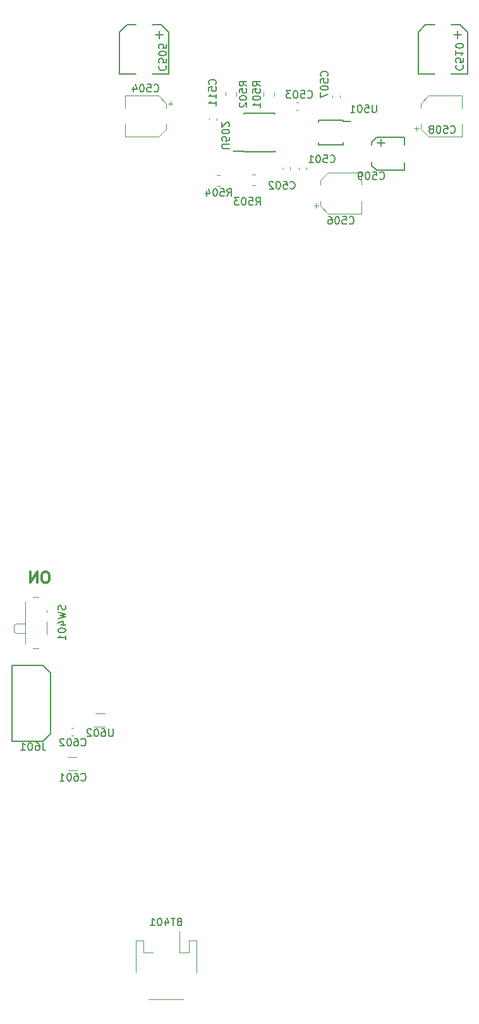
<source format=gbo>
G04 #@! TF.GenerationSoftware,KiCad,Pcbnew,(5.1.0-0)*
G04 #@! TF.CreationDate,2019-04-19T22:26:30-07:00*
G04 #@! TF.ProjectId,DC27-badge,44433237-2d62-4616-9467-652e6b696361,rev?*
G04 #@! TF.SameCoordinates,Original*
G04 #@! TF.FileFunction,Legend,Bot*
G04 #@! TF.FilePolarity,Positive*
%FSLAX46Y46*%
G04 Gerber Fmt 4.6, Leading zero omitted, Abs format (unit mm)*
G04 Created by KiCad (PCBNEW (5.1.0-0)) date 2019-04-19 22:26:30*
%MOMM*%
%LPD*%
G04 APERTURE LIST*
%ADD10C,0.300000*%
%ADD11C,0.120000*%
%ADD12C,0.150000*%
%ADD13C,0.127000*%
%ADD14C,0.007620*%
%ADD15C,0.152400*%
%ADD16C,1.450000*%
%ADD17C,1.150000*%
%ADD18R,2.100000X2.100000*%
%ADD19O,2.100000X2.100000*%
%ADD20C,1.275000*%
%ADD21C,3.600000*%
%ADD22C,1.924000*%
%ADD23C,2.000000*%
%ADD24C,1.375000*%
%ADD25R,1.950000X1.000000*%
%ADD26R,0.850000X0.700000*%
%ADD27C,1.900000*%
%ADD28C,1.400000*%
%ADD29R,1.200000X1.400000*%
%ADD30R,1.900000X1.100000*%
%ADD31C,1.300000*%
%ADD32C,1.650000*%
%ADD33R,2.753360X1.851660*%
%ADD34R,1.997660X3.597860*%
%ADD35R,1.602740X0.652780*%
%ADD36O,1.997660X1.299160*%
%ADD37R,1.799540X1.997660*%
%ADD38R,2.299920X2.299920*%
%ADD39O,1.200006X0.500006*%
%ADD40R,1.500000X0.650000*%
G04 APERTURE END LIST*
D10*
X72128571Y-114178571D02*
X71842857Y-114178571D01*
X71700000Y-114250000D01*
X71557142Y-114392857D01*
X71485714Y-114678571D01*
X71485714Y-115178571D01*
X71557142Y-115464285D01*
X71700000Y-115607142D01*
X71842857Y-115678571D01*
X72128571Y-115678571D01*
X72271428Y-115607142D01*
X72414285Y-115464285D01*
X72485714Y-115178571D01*
X72485714Y-114678571D01*
X72414285Y-114392857D01*
X72271428Y-114250000D01*
X72128571Y-114178571D01*
X70842857Y-115678571D02*
X70842857Y-114178571D01*
X69985714Y-115678571D01*
X69985714Y-114178571D01*
D11*
X104710000Y-60049721D02*
X104710000Y-60375279D01*
X103690000Y-60049721D02*
X103690000Y-60375279D01*
X108237500Y-65497500D02*
X108237500Y-64872500D01*
X107925000Y-65185000D02*
X108550000Y-65185000D01*
X108790000Y-61804437D02*
X109854437Y-60740000D01*
X108790000Y-65195563D02*
X109854437Y-66260000D01*
X108790000Y-65195563D02*
X108790000Y-64560000D01*
X108790000Y-61804437D02*
X108790000Y-62440000D01*
X109854437Y-60740000D02*
X114310000Y-60740000D01*
X109854437Y-66260000D02*
X114310000Y-66260000D01*
X114310000Y-66260000D02*
X114310000Y-64560000D01*
X114310000Y-60740000D02*
X114310000Y-62440000D01*
X121687500Y-55197500D02*
X121687500Y-54572500D01*
X121375000Y-54885000D02*
X122000000Y-54885000D01*
X122240000Y-51504437D02*
X123304437Y-50440000D01*
X122240000Y-54895563D02*
X123304437Y-55960000D01*
X122240000Y-54895563D02*
X122240000Y-54260000D01*
X122240000Y-51504437D02*
X122240000Y-52140000D01*
X123304437Y-50440000D02*
X127760000Y-50440000D01*
X123304437Y-55960000D02*
X127760000Y-55960000D01*
X127760000Y-55960000D02*
X127760000Y-54260000D01*
X127760000Y-50440000D02*
X127760000Y-52140000D01*
X102650000Y-50023922D02*
X102650000Y-50541078D01*
X101230000Y-50023922D02*
X101230000Y-50541078D01*
D12*
X98525000Y-57925000D02*
X97125000Y-57925000D01*
X98525000Y-52825000D02*
X102675000Y-52825000D01*
X98525000Y-57975000D02*
X102675000Y-57975000D01*
X98525000Y-52825000D02*
X98525000Y-52970000D01*
X102675000Y-52825000D02*
X102675000Y-52970000D01*
X102675000Y-57975000D02*
X102675000Y-57830000D01*
X98525000Y-57975000D02*
X98525000Y-57925000D01*
D11*
X88712500Y-51202500D02*
X88712500Y-51827500D01*
X89025000Y-51515000D02*
X88400000Y-51515000D01*
X88160000Y-54895563D02*
X87095563Y-55960000D01*
X88160000Y-51504437D02*
X87095563Y-50440000D01*
X88160000Y-51504437D02*
X88160000Y-52140000D01*
X88160000Y-54895563D02*
X88160000Y-54260000D01*
X87095563Y-55960000D02*
X82640000Y-55960000D01*
X87095563Y-50440000D02*
X82640000Y-50440000D01*
X82640000Y-50440000D02*
X82640000Y-52140000D01*
X82640000Y-55960000D02*
X82640000Y-54260000D01*
X94941422Y-61090000D02*
X95458578Y-61090000D01*
X94941422Y-62510000D02*
X95458578Y-62510000D01*
X96120000Y-50521078D02*
X96120000Y-50003922D01*
X97540000Y-50521078D02*
X97540000Y-50003922D01*
X99641422Y-61040000D02*
X100158578Y-61040000D01*
X99641422Y-62460000D02*
X100158578Y-62460000D01*
X78400000Y-134980000D02*
X79950000Y-134980000D01*
X79950000Y-133180000D02*
X78650000Y-133180000D01*
X90490000Y-171410000D02*
X85810000Y-171410000D01*
X85110000Y-165190000D02*
X86390000Y-165190000D01*
X85110000Y-163590000D02*
X85110000Y-165190000D01*
X84090000Y-163590000D02*
X85110000Y-163590000D01*
X84090000Y-167840000D02*
X84090000Y-163590000D01*
X89910000Y-165190000D02*
X89910000Y-162300000D01*
X91190000Y-165190000D02*
X89910000Y-165190000D01*
X91190000Y-163590000D02*
X91190000Y-165190000D01*
X92210000Y-163590000D02*
X91190000Y-163590000D01*
X92210000Y-167840000D02*
X92210000Y-163590000D01*
X70280000Y-117550000D02*
X71070000Y-117550000D01*
X71070000Y-124450000D02*
X70280000Y-124450000D01*
X72120000Y-122600000D02*
X72120000Y-120900000D01*
X69270000Y-123850000D02*
X69270000Y-118150000D01*
X67980000Y-121100000D02*
X69270000Y-121100000D01*
X67770000Y-122200000D02*
X67770000Y-121300000D01*
X69270000Y-122400000D02*
X67980000Y-122400000D01*
X67980000Y-121100000D02*
X67770000Y-121300000D01*
X67980000Y-122400000D02*
X67770000Y-122200000D01*
X72120000Y-119600000D02*
X72120000Y-119400000D01*
X75477221Y-135120000D02*
X75802779Y-135120000D01*
X75477221Y-136140000D02*
X75802779Y-136140000D01*
X93890000Y-53775279D02*
X93890000Y-53449721D01*
X94910000Y-53775279D02*
X94910000Y-53449721D01*
X110450000Y-50775279D02*
X110450000Y-50449721D01*
X111470000Y-50775279D02*
X111470000Y-50449721D01*
X106960000Y-60059721D02*
X106960000Y-60385279D01*
X105940000Y-60059721D02*
X105940000Y-60385279D01*
X105574721Y-51390000D02*
X105900279Y-51390000D01*
X105574721Y-52410000D02*
X105900279Y-52410000D01*
X75037936Y-139000000D02*
X76242064Y-139000000D01*
X75037936Y-140820000D02*
X76242064Y-140820000D01*
D13*
X116901780Y-56251020D02*
X116901780Y-57251780D01*
X117402160Y-56751400D02*
X116401400Y-56751400D01*
X115700360Y-56687900D02*
X115700360Y-57051120D01*
X116337900Y-56050360D02*
X115700360Y-56687900D01*
X120099640Y-56050360D02*
X116337900Y-56050360D01*
X120099640Y-57051120D02*
X120099640Y-56050360D01*
X115700360Y-59812100D02*
X115700360Y-59349820D01*
X116337900Y-60449640D02*
X115700360Y-59812100D01*
X120099640Y-60449640D02*
X116337900Y-60449640D01*
X120099640Y-59448880D02*
X120099640Y-60449640D01*
X126299820Y-47599460D02*
X128499460Y-47599460D01*
X128499460Y-47599460D02*
X128499460Y-42001300D01*
X128499460Y-42001300D02*
X127498700Y-41000540D01*
X127498700Y-41000540D02*
X126299820Y-41000540D01*
X124100180Y-47599460D02*
X121900540Y-47599460D01*
X121900540Y-47599460D02*
X121900540Y-42001300D01*
X121900540Y-42001300D02*
X122901300Y-41000540D01*
X122901300Y-41000540D02*
X124100180Y-41000540D01*
X127198980Y-42801400D02*
X127198980Y-41800640D01*
X126698600Y-42301020D02*
X127699360Y-42301020D01*
X86299820Y-47599460D02*
X88499460Y-47599460D01*
X88499460Y-47599460D02*
X88499460Y-42001300D01*
X88499460Y-42001300D02*
X87498700Y-41000540D01*
X87498700Y-41000540D02*
X86299820Y-41000540D01*
X84100180Y-47599460D02*
X81900540Y-47599460D01*
X81900540Y-47599460D02*
X81900540Y-42001300D01*
X81900540Y-42001300D02*
X82901300Y-41000540D01*
X82901300Y-41000540D02*
X84100180Y-41000540D01*
X87198980Y-42801400D02*
X87198980Y-41800640D01*
X86698600Y-42301020D02*
X87699360Y-42301020D01*
X67475040Y-136880000D02*
X67475040Y-126720000D01*
X67475040Y-136880000D02*
X71627940Y-136880000D01*
X71627940Y-136880000D02*
X72628700Y-135879239D01*
X72628700Y-135879239D02*
X72628699Y-127720759D01*
X72628699Y-127720759D02*
X71627940Y-126720000D01*
X71627940Y-126720000D02*
X67475040Y-126720000D01*
D14*
X69280980Y-135348380D02*
X68582480Y-135348380D01*
D12*
X111825000Y-53775000D02*
X111825000Y-53950000D01*
X108575000Y-53775000D02*
X108575000Y-54050000D01*
X108575000Y-57025000D02*
X108575000Y-56750000D01*
X111825000Y-57025000D02*
X111825000Y-56750000D01*
X111825000Y-53775000D02*
X108575000Y-53775000D01*
X111825000Y-57025000D02*
X108575000Y-57025000D01*
X111825000Y-53950000D02*
X112900000Y-53950000D01*
X104769047Y-62857142D02*
X104816666Y-62904761D01*
X104959523Y-62952380D01*
X105054761Y-62952380D01*
X105197619Y-62904761D01*
X105292857Y-62809523D01*
X105340476Y-62714285D01*
X105388095Y-62523809D01*
X105388095Y-62380952D01*
X105340476Y-62190476D01*
X105292857Y-62095238D01*
X105197619Y-62000000D01*
X105054761Y-61952380D01*
X104959523Y-61952380D01*
X104816666Y-62000000D01*
X104769047Y-62047619D01*
X103864285Y-61952380D02*
X104340476Y-61952380D01*
X104388095Y-62428571D01*
X104340476Y-62380952D01*
X104245238Y-62333333D01*
X104007142Y-62333333D01*
X103911904Y-62380952D01*
X103864285Y-62428571D01*
X103816666Y-62523809D01*
X103816666Y-62761904D01*
X103864285Y-62857142D01*
X103911904Y-62904761D01*
X104007142Y-62952380D01*
X104245238Y-62952380D01*
X104340476Y-62904761D01*
X104388095Y-62857142D01*
X103197619Y-61952380D02*
X103102380Y-61952380D01*
X103007142Y-62000000D01*
X102959523Y-62047619D01*
X102911904Y-62142857D01*
X102864285Y-62333333D01*
X102864285Y-62571428D01*
X102911904Y-62761904D01*
X102959523Y-62857142D01*
X103007142Y-62904761D01*
X103102380Y-62952380D01*
X103197619Y-62952380D01*
X103292857Y-62904761D01*
X103340476Y-62857142D01*
X103388095Y-62761904D01*
X103435714Y-62571428D01*
X103435714Y-62333333D01*
X103388095Y-62142857D01*
X103340476Y-62047619D01*
X103292857Y-62000000D01*
X103197619Y-61952380D01*
X102483333Y-62047619D02*
X102435714Y-62000000D01*
X102340476Y-61952380D01*
X102102380Y-61952380D01*
X102007142Y-62000000D01*
X101959523Y-62047619D01*
X101911904Y-62142857D01*
X101911904Y-62238095D01*
X101959523Y-62380952D01*
X102530952Y-62952380D01*
X101911904Y-62952380D01*
X112669047Y-67557142D02*
X112716666Y-67604761D01*
X112859523Y-67652380D01*
X112954761Y-67652380D01*
X113097619Y-67604761D01*
X113192857Y-67509523D01*
X113240476Y-67414285D01*
X113288095Y-67223809D01*
X113288095Y-67080952D01*
X113240476Y-66890476D01*
X113192857Y-66795238D01*
X113097619Y-66700000D01*
X112954761Y-66652380D01*
X112859523Y-66652380D01*
X112716666Y-66700000D01*
X112669047Y-66747619D01*
X111764285Y-66652380D02*
X112240476Y-66652380D01*
X112288095Y-67128571D01*
X112240476Y-67080952D01*
X112145238Y-67033333D01*
X111907142Y-67033333D01*
X111811904Y-67080952D01*
X111764285Y-67128571D01*
X111716666Y-67223809D01*
X111716666Y-67461904D01*
X111764285Y-67557142D01*
X111811904Y-67604761D01*
X111907142Y-67652380D01*
X112145238Y-67652380D01*
X112240476Y-67604761D01*
X112288095Y-67557142D01*
X111097619Y-66652380D02*
X111002380Y-66652380D01*
X110907142Y-66700000D01*
X110859523Y-66747619D01*
X110811904Y-66842857D01*
X110764285Y-67033333D01*
X110764285Y-67271428D01*
X110811904Y-67461904D01*
X110859523Y-67557142D01*
X110907142Y-67604761D01*
X111002380Y-67652380D01*
X111097619Y-67652380D01*
X111192857Y-67604761D01*
X111240476Y-67557142D01*
X111288095Y-67461904D01*
X111335714Y-67271428D01*
X111335714Y-67033333D01*
X111288095Y-66842857D01*
X111240476Y-66747619D01*
X111192857Y-66700000D01*
X111097619Y-66652380D01*
X109907142Y-66652380D02*
X110097619Y-66652380D01*
X110192857Y-66700000D01*
X110240476Y-66747619D01*
X110335714Y-66890476D01*
X110383333Y-67080952D01*
X110383333Y-67461904D01*
X110335714Y-67557142D01*
X110288095Y-67604761D01*
X110192857Y-67652380D01*
X110002380Y-67652380D01*
X109907142Y-67604761D01*
X109859523Y-67557142D01*
X109811904Y-67461904D01*
X109811904Y-67223809D01*
X109859523Y-67128571D01*
X109907142Y-67080952D01*
X110002380Y-67033333D01*
X110192857Y-67033333D01*
X110288095Y-67080952D01*
X110335714Y-67128571D01*
X110383333Y-67223809D01*
X126259047Y-55387142D02*
X126306666Y-55434761D01*
X126449523Y-55482380D01*
X126544761Y-55482380D01*
X126687619Y-55434761D01*
X126782857Y-55339523D01*
X126830476Y-55244285D01*
X126878095Y-55053809D01*
X126878095Y-54910952D01*
X126830476Y-54720476D01*
X126782857Y-54625238D01*
X126687619Y-54530000D01*
X126544761Y-54482380D01*
X126449523Y-54482380D01*
X126306666Y-54530000D01*
X126259047Y-54577619D01*
X125354285Y-54482380D02*
X125830476Y-54482380D01*
X125878095Y-54958571D01*
X125830476Y-54910952D01*
X125735238Y-54863333D01*
X125497142Y-54863333D01*
X125401904Y-54910952D01*
X125354285Y-54958571D01*
X125306666Y-55053809D01*
X125306666Y-55291904D01*
X125354285Y-55387142D01*
X125401904Y-55434761D01*
X125497142Y-55482380D01*
X125735238Y-55482380D01*
X125830476Y-55434761D01*
X125878095Y-55387142D01*
X124687619Y-54482380D02*
X124592380Y-54482380D01*
X124497142Y-54530000D01*
X124449523Y-54577619D01*
X124401904Y-54672857D01*
X124354285Y-54863333D01*
X124354285Y-55101428D01*
X124401904Y-55291904D01*
X124449523Y-55387142D01*
X124497142Y-55434761D01*
X124592380Y-55482380D01*
X124687619Y-55482380D01*
X124782857Y-55434761D01*
X124830476Y-55387142D01*
X124878095Y-55291904D01*
X124925714Y-55101428D01*
X124925714Y-54863333D01*
X124878095Y-54672857D01*
X124830476Y-54577619D01*
X124782857Y-54530000D01*
X124687619Y-54482380D01*
X123782857Y-54910952D02*
X123878095Y-54863333D01*
X123925714Y-54815714D01*
X123973333Y-54720476D01*
X123973333Y-54672857D01*
X123925714Y-54577619D01*
X123878095Y-54530000D01*
X123782857Y-54482380D01*
X123592380Y-54482380D01*
X123497142Y-54530000D01*
X123449523Y-54577619D01*
X123401904Y-54672857D01*
X123401904Y-54720476D01*
X123449523Y-54815714D01*
X123497142Y-54863333D01*
X123592380Y-54910952D01*
X123782857Y-54910952D01*
X123878095Y-54958571D01*
X123925714Y-55006190D01*
X123973333Y-55101428D01*
X123973333Y-55291904D01*
X123925714Y-55387142D01*
X123878095Y-55434761D01*
X123782857Y-55482380D01*
X123592380Y-55482380D01*
X123497142Y-55434761D01*
X123449523Y-55387142D01*
X123401904Y-55291904D01*
X123401904Y-55101428D01*
X123449523Y-55006190D01*
X123497142Y-54958571D01*
X123592380Y-54910952D01*
X100742380Y-49163452D02*
X100266190Y-48830119D01*
X100742380Y-48592023D02*
X99742380Y-48592023D01*
X99742380Y-48972976D01*
X99790000Y-49068214D01*
X99837619Y-49115833D01*
X99932857Y-49163452D01*
X100075714Y-49163452D01*
X100170952Y-49115833D01*
X100218571Y-49068214D01*
X100266190Y-48972976D01*
X100266190Y-48592023D01*
X99742380Y-50068214D02*
X99742380Y-49592023D01*
X100218571Y-49544404D01*
X100170952Y-49592023D01*
X100123333Y-49687261D01*
X100123333Y-49925357D01*
X100170952Y-50020595D01*
X100218571Y-50068214D01*
X100313809Y-50115833D01*
X100551904Y-50115833D01*
X100647142Y-50068214D01*
X100694761Y-50020595D01*
X100742380Y-49925357D01*
X100742380Y-49687261D01*
X100694761Y-49592023D01*
X100647142Y-49544404D01*
X99742380Y-50734880D02*
X99742380Y-50830119D01*
X99790000Y-50925357D01*
X99837619Y-50972976D01*
X99932857Y-51020595D01*
X100123333Y-51068214D01*
X100361428Y-51068214D01*
X100551904Y-51020595D01*
X100647142Y-50972976D01*
X100694761Y-50925357D01*
X100742380Y-50830119D01*
X100742380Y-50734880D01*
X100694761Y-50639642D01*
X100647142Y-50592023D01*
X100551904Y-50544404D01*
X100361428Y-50496785D01*
X100123333Y-50496785D01*
X99932857Y-50544404D01*
X99837619Y-50592023D01*
X99790000Y-50639642D01*
X99742380Y-50734880D01*
X100742380Y-52020595D02*
X100742380Y-51449166D01*
X100742380Y-51734880D02*
X99742380Y-51734880D01*
X99885238Y-51639642D01*
X99980476Y-51544404D01*
X100028095Y-51449166D01*
X96597619Y-57514285D02*
X95788095Y-57514285D01*
X95692857Y-57466666D01*
X95645238Y-57419047D01*
X95597619Y-57323809D01*
X95597619Y-57133333D01*
X95645238Y-57038095D01*
X95692857Y-56990476D01*
X95788095Y-56942857D01*
X96597619Y-56942857D01*
X96597619Y-55990476D02*
X96597619Y-56466666D01*
X96121428Y-56514285D01*
X96169047Y-56466666D01*
X96216666Y-56371428D01*
X96216666Y-56133333D01*
X96169047Y-56038095D01*
X96121428Y-55990476D01*
X96026190Y-55942857D01*
X95788095Y-55942857D01*
X95692857Y-55990476D01*
X95645238Y-56038095D01*
X95597619Y-56133333D01*
X95597619Y-56371428D01*
X95645238Y-56466666D01*
X95692857Y-56514285D01*
X96597619Y-55323809D02*
X96597619Y-55228571D01*
X96550000Y-55133333D01*
X96502380Y-55085714D01*
X96407142Y-55038095D01*
X96216666Y-54990476D01*
X95978571Y-54990476D01*
X95788095Y-55038095D01*
X95692857Y-55085714D01*
X95645238Y-55133333D01*
X95597619Y-55228571D01*
X95597619Y-55323809D01*
X95645238Y-55419047D01*
X95692857Y-55466666D01*
X95788095Y-55514285D01*
X95978571Y-55561904D01*
X96216666Y-55561904D01*
X96407142Y-55514285D01*
X96502380Y-55466666D01*
X96550000Y-55419047D01*
X96597619Y-55323809D01*
X96502380Y-54609523D02*
X96550000Y-54561904D01*
X96597619Y-54466666D01*
X96597619Y-54228571D01*
X96550000Y-54133333D01*
X96502380Y-54085714D01*
X96407142Y-54038095D01*
X96311904Y-54038095D01*
X96169047Y-54085714D01*
X95597619Y-54657142D01*
X95597619Y-54038095D01*
X86519047Y-49857142D02*
X86566666Y-49904761D01*
X86709523Y-49952380D01*
X86804761Y-49952380D01*
X86947619Y-49904761D01*
X87042857Y-49809523D01*
X87090476Y-49714285D01*
X87138095Y-49523809D01*
X87138095Y-49380952D01*
X87090476Y-49190476D01*
X87042857Y-49095238D01*
X86947619Y-49000000D01*
X86804761Y-48952380D01*
X86709523Y-48952380D01*
X86566666Y-49000000D01*
X86519047Y-49047619D01*
X85614285Y-48952380D02*
X86090476Y-48952380D01*
X86138095Y-49428571D01*
X86090476Y-49380952D01*
X85995238Y-49333333D01*
X85757142Y-49333333D01*
X85661904Y-49380952D01*
X85614285Y-49428571D01*
X85566666Y-49523809D01*
X85566666Y-49761904D01*
X85614285Y-49857142D01*
X85661904Y-49904761D01*
X85757142Y-49952380D01*
X85995238Y-49952380D01*
X86090476Y-49904761D01*
X86138095Y-49857142D01*
X84947619Y-48952380D02*
X84852380Y-48952380D01*
X84757142Y-49000000D01*
X84709523Y-49047619D01*
X84661904Y-49142857D01*
X84614285Y-49333333D01*
X84614285Y-49571428D01*
X84661904Y-49761904D01*
X84709523Y-49857142D01*
X84757142Y-49904761D01*
X84852380Y-49952380D01*
X84947619Y-49952380D01*
X85042857Y-49904761D01*
X85090476Y-49857142D01*
X85138095Y-49761904D01*
X85185714Y-49571428D01*
X85185714Y-49333333D01*
X85138095Y-49142857D01*
X85090476Y-49047619D01*
X85042857Y-49000000D01*
X84947619Y-48952380D01*
X83757142Y-49285714D02*
X83757142Y-49952380D01*
X83995238Y-48904761D02*
X84233333Y-49619047D01*
X83614285Y-49619047D01*
X96319047Y-63902380D02*
X96652380Y-63426190D01*
X96890476Y-63902380D02*
X96890476Y-62902380D01*
X96509523Y-62902380D01*
X96414285Y-62950000D01*
X96366666Y-62997619D01*
X96319047Y-63092857D01*
X96319047Y-63235714D01*
X96366666Y-63330952D01*
X96414285Y-63378571D01*
X96509523Y-63426190D01*
X96890476Y-63426190D01*
X95414285Y-62902380D02*
X95890476Y-62902380D01*
X95938095Y-63378571D01*
X95890476Y-63330952D01*
X95795238Y-63283333D01*
X95557142Y-63283333D01*
X95461904Y-63330952D01*
X95414285Y-63378571D01*
X95366666Y-63473809D01*
X95366666Y-63711904D01*
X95414285Y-63807142D01*
X95461904Y-63854761D01*
X95557142Y-63902380D01*
X95795238Y-63902380D01*
X95890476Y-63854761D01*
X95938095Y-63807142D01*
X94747619Y-62902380D02*
X94652380Y-62902380D01*
X94557142Y-62950000D01*
X94509523Y-62997619D01*
X94461904Y-63092857D01*
X94414285Y-63283333D01*
X94414285Y-63521428D01*
X94461904Y-63711904D01*
X94509523Y-63807142D01*
X94557142Y-63854761D01*
X94652380Y-63902380D01*
X94747619Y-63902380D01*
X94842857Y-63854761D01*
X94890476Y-63807142D01*
X94938095Y-63711904D01*
X94985714Y-63521428D01*
X94985714Y-63283333D01*
X94938095Y-63092857D01*
X94890476Y-62997619D01*
X94842857Y-62950000D01*
X94747619Y-62902380D01*
X93557142Y-63235714D02*
X93557142Y-63902380D01*
X93795238Y-62854761D02*
X94033333Y-63569047D01*
X93414285Y-63569047D01*
X98932380Y-49143452D02*
X98456190Y-48810119D01*
X98932380Y-48572023D02*
X97932380Y-48572023D01*
X97932380Y-48952976D01*
X97980000Y-49048214D01*
X98027619Y-49095833D01*
X98122857Y-49143452D01*
X98265714Y-49143452D01*
X98360952Y-49095833D01*
X98408571Y-49048214D01*
X98456190Y-48952976D01*
X98456190Y-48572023D01*
X97932380Y-50048214D02*
X97932380Y-49572023D01*
X98408571Y-49524404D01*
X98360952Y-49572023D01*
X98313333Y-49667261D01*
X98313333Y-49905357D01*
X98360952Y-50000595D01*
X98408571Y-50048214D01*
X98503809Y-50095833D01*
X98741904Y-50095833D01*
X98837142Y-50048214D01*
X98884761Y-50000595D01*
X98932380Y-49905357D01*
X98932380Y-49667261D01*
X98884761Y-49572023D01*
X98837142Y-49524404D01*
X97932380Y-50714880D02*
X97932380Y-50810119D01*
X97980000Y-50905357D01*
X98027619Y-50952976D01*
X98122857Y-51000595D01*
X98313333Y-51048214D01*
X98551428Y-51048214D01*
X98741904Y-51000595D01*
X98837142Y-50952976D01*
X98884761Y-50905357D01*
X98932380Y-50810119D01*
X98932380Y-50714880D01*
X98884761Y-50619642D01*
X98837142Y-50572023D01*
X98741904Y-50524404D01*
X98551428Y-50476785D01*
X98313333Y-50476785D01*
X98122857Y-50524404D01*
X98027619Y-50572023D01*
X97980000Y-50619642D01*
X97932380Y-50714880D01*
X98027619Y-51429166D02*
X97980000Y-51476785D01*
X97932380Y-51572023D01*
X97932380Y-51810119D01*
X97980000Y-51905357D01*
X98027619Y-51952976D01*
X98122857Y-52000595D01*
X98218095Y-52000595D01*
X98360952Y-51952976D01*
X98932380Y-51381547D01*
X98932380Y-52000595D01*
X100159047Y-65102380D02*
X100492380Y-64626190D01*
X100730476Y-65102380D02*
X100730476Y-64102380D01*
X100349523Y-64102380D01*
X100254285Y-64150000D01*
X100206666Y-64197619D01*
X100159047Y-64292857D01*
X100159047Y-64435714D01*
X100206666Y-64530952D01*
X100254285Y-64578571D01*
X100349523Y-64626190D01*
X100730476Y-64626190D01*
X99254285Y-64102380D02*
X99730476Y-64102380D01*
X99778095Y-64578571D01*
X99730476Y-64530952D01*
X99635238Y-64483333D01*
X99397142Y-64483333D01*
X99301904Y-64530952D01*
X99254285Y-64578571D01*
X99206666Y-64673809D01*
X99206666Y-64911904D01*
X99254285Y-65007142D01*
X99301904Y-65054761D01*
X99397142Y-65102380D01*
X99635238Y-65102380D01*
X99730476Y-65054761D01*
X99778095Y-65007142D01*
X98587619Y-64102380D02*
X98492380Y-64102380D01*
X98397142Y-64150000D01*
X98349523Y-64197619D01*
X98301904Y-64292857D01*
X98254285Y-64483333D01*
X98254285Y-64721428D01*
X98301904Y-64911904D01*
X98349523Y-65007142D01*
X98397142Y-65054761D01*
X98492380Y-65102380D01*
X98587619Y-65102380D01*
X98682857Y-65054761D01*
X98730476Y-65007142D01*
X98778095Y-64911904D01*
X98825714Y-64721428D01*
X98825714Y-64483333D01*
X98778095Y-64292857D01*
X98730476Y-64197619D01*
X98682857Y-64150000D01*
X98587619Y-64102380D01*
X97920952Y-64102380D02*
X97301904Y-64102380D01*
X97635238Y-64483333D01*
X97492380Y-64483333D01*
X97397142Y-64530952D01*
X97349523Y-64578571D01*
X97301904Y-64673809D01*
X97301904Y-64911904D01*
X97349523Y-65007142D01*
X97397142Y-65054761D01*
X97492380Y-65102380D01*
X97778095Y-65102380D01*
X97873333Y-65054761D01*
X97920952Y-65007142D01*
X81014285Y-135232380D02*
X81014285Y-136041904D01*
X80966666Y-136137142D01*
X80919047Y-136184761D01*
X80823809Y-136232380D01*
X80633333Y-136232380D01*
X80538095Y-136184761D01*
X80490476Y-136137142D01*
X80442857Y-136041904D01*
X80442857Y-135232380D01*
X79538095Y-135232380D02*
X79728571Y-135232380D01*
X79823809Y-135280000D01*
X79871428Y-135327619D01*
X79966666Y-135470476D01*
X80014285Y-135660952D01*
X80014285Y-136041904D01*
X79966666Y-136137142D01*
X79919047Y-136184761D01*
X79823809Y-136232380D01*
X79633333Y-136232380D01*
X79538095Y-136184761D01*
X79490476Y-136137142D01*
X79442857Y-136041904D01*
X79442857Y-135803809D01*
X79490476Y-135708571D01*
X79538095Y-135660952D01*
X79633333Y-135613333D01*
X79823809Y-135613333D01*
X79919047Y-135660952D01*
X79966666Y-135708571D01*
X80014285Y-135803809D01*
X78823809Y-135232380D02*
X78728571Y-135232380D01*
X78633333Y-135280000D01*
X78585714Y-135327619D01*
X78538095Y-135422857D01*
X78490476Y-135613333D01*
X78490476Y-135851428D01*
X78538095Y-136041904D01*
X78585714Y-136137142D01*
X78633333Y-136184761D01*
X78728571Y-136232380D01*
X78823809Y-136232380D01*
X78919047Y-136184761D01*
X78966666Y-136137142D01*
X79014285Y-136041904D01*
X79061904Y-135851428D01*
X79061904Y-135613333D01*
X79014285Y-135422857D01*
X78966666Y-135327619D01*
X78919047Y-135280000D01*
X78823809Y-135232380D01*
X78109523Y-135327619D02*
X78061904Y-135280000D01*
X77966666Y-135232380D01*
X77728571Y-135232380D01*
X77633333Y-135280000D01*
X77585714Y-135327619D01*
X77538095Y-135422857D01*
X77538095Y-135518095D01*
X77585714Y-135660952D01*
X78157142Y-136232380D01*
X77538095Y-136232380D01*
X89888095Y-161028571D02*
X89745238Y-161076190D01*
X89697619Y-161123809D01*
X89650000Y-161219047D01*
X89650000Y-161361904D01*
X89697619Y-161457142D01*
X89745238Y-161504761D01*
X89840476Y-161552380D01*
X90221428Y-161552380D01*
X90221428Y-160552380D01*
X89888095Y-160552380D01*
X89792857Y-160600000D01*
X89745238Y-160647619D01*
X89697619Y-160742857D01*
X89697619Y-160838095D01*
X89745238Y-160933333D01*
X89792857Y-160980952D01*
X89888095Y-161028571D01*
X90221428Y-161028571D01*
X89364285Y-160552380D02*
X88792857Y-160552380D01*
X89078571Y-161552380D02*
X89078571Y-160552380D01*
X88030952Y-160885714D02*
X88030952Y-161552380D01*
X88269047Y-160504761D02*
X88507142Y-161219047D01*
X87888095Y-161219047D01*
X87316666Y-160552380D02*
X87221428Y-160552380D01*
X87126190Y-160600000D01*
X87078571Y-160647619D01*
X87030952Y-160742857D01*
X86983333Y-160933333D01*
X86983333Y-161171428D01*
X87030952Y-161361904D01*
X87078571Y-161457142D01*
X87126190Y-161504761D01*
X87221428Y-161552380D01*
X87316666Y-161552380D01*
X87411904Y-161504761D01*
X87459523Y-161457142D01*
X87507142Y-161361904D01*
X87554761Y-161171428D01*
X87554761Y-160933333D01*
X87507142Y-160742857D01*
X87459523Y-160647619D01*
X87411904Y-160600000D01*
X87316666Y-160552380D01*
X86030952Y-161552380D02*
X86602380Y-161552380D01*
X86316666Y-161552380D02*
X86316666Y-160552380D01*
X86411904Y-160695238D01*
X86507142Y-160790476D01*
X86602380Y-160838095D01*
X74604761Y-118714285D02*
X74652380Y-118857142D01*
X74652380Y-119095238D01*
X74604761Y-119190476D01*
X74557142Y-119238095D01*
X74461904Y-119285714D01*
X74366666Y-119285714D01*
X74271428Y-119238095D01*
X74223809Y-119190476D01*
X74176190Y-119095238D01*
X74128571Y-118904761D01*
X74080952Y-118809523D01*
X74033333Y-118761904D01*
X73938095Y-118714285D01*
X73842857Y-118714285D01*
X73747619Y-118761904D01*
X73700000Y-118809523D01*
X73652380Y-118904761D01*
X73652380Y-119142857D01*
X73700000Y-119285714D01*
X73652380Y-119619047D02*
X74652380Y-119857142D01*
X73938095Y-120047619D01*
X74652380Y-120238095D01*
X73652380Y-120476190D01*
X73985714Y-121285714D02*
X74652380Y-121285714D01*
X73604761Y-121047619D02*
X74319047Y-120809523D01*
X74319047Y-121428571D01*
X73652380Y-122000000D02*
X73652380Y-122095238D01*
X73700000Y-122190476D01*
X73747619Y-122238095D01*
X73842857Y-122285714D01*
X74033333Y-122333333D01*
X74271428Y-122333333D01*
X74461904Y-122285714D01*
X74557142Y-122238095D01*
X74604761Y-122190476D01*
X74652380Y-122095238D01*
X74652380Y-122000000D01*
X74604761Y-121904761D01*
X74557142Y-121857142D01*
X74461904Y-121809523D01*
X74271428Y-121761904D01*
X74033333Y-121761904D01*
X73842857Y-121809523D01*
X73747619Y-121857142D01*
X73700000Y-121904761D01*
X73652380Y-122000000D01*
X74652380Y-123285714D02*
X74652380Y-122714285D01*
X74652380Y-123000000D02*
X73652380Y-123000000D01*
X73795238Y-122904761D01*
X73890476Y-122809523D01*
X73938095Y-122714285D01*
X76759047Y-137417142D02*
X76806666Y-137464761D01*
X76949523Y-137512380D01*
X77044761Y-137512380D01*
X77187619Y-137464761D01*
X77282857Y-137369523D01*
X77330476Y-137274285D01*
X77378095Y-137083809D01*
X77378095Y-136940952D01*
X77330476Y-136750476D01*
X77282857Y-136655238D01*
X77187619Y-136560000D01*
X77044761Y-136512380D01*
X76949523Y-136512380D01*
X76806666Y-136560000D01*
X76759047Y-136607619D01*
X75901904Y-136512380D02*
X76092380Y-136512380D01*
X76187619Y-136560000D01*
X76235238Y-136607619D01*
X76330476Y-136750476D01*
X76378095Y-136940952D01*
X76378095Y-137321904D01*
X76330476Y-137417142D01*
X76282857Y-137464761D01*
X76187619Y-137512380D01*
X75997142Y-137512380D01*
X75901904Y-137464761D01*
X75854285Y-137417142D01*
X75806666Y-137321904D01*
X75806666Y-137083809D01*
X75854285Y-136988571D01*
X75901904Y-136940952D01*
X75997142Y-136893333D01*
X76187619Y-136893333D01*
X76282857Y-136940952D01*
X76330476Y-136988571D01*
X76378095Y-137083809D01*
X75187619Y-136512380D02*
X75092380Y-136512380D01*
X74997142Y-136560000D01*
X74949523Y-136607619D01*
X74901904Y-136702857D01*
X74854285Y-136893333D01*
X74854285Y-137131428D01*
X74901904Y-137321904D01*
X74949523Y-137417142D01*
X74997142Y-137464761D01*
X75092380Y-137512380D01*
X75187619Y-137512380D01*
X75282857Y-137464761D01*
X75330476Y-137417142D01*
X75378095Y-137321904D01*
X75425714Y-137131428D01*
X75425714Y-136893333D01*
X75378095Y-136702857D01*
X75330476Y-136607619D01*
X75282857Y-136560000D01*
X75187619Y-136512380D01*
X74473333Y-136607619D02*
X74425714Y-136560000D01*
X74330476Y-136512380D01*
X74092380Y-136512380D01*
X73997142Y-136560000D01*
X73949523Y-136607619D01*
X73901904Y-136702857D01*
X73901904Y-136798095D01*
X73949523Y-136940952D01*
X74520952Y-137512380D01*
X73901904Y-137512380D01*
X94757142Y-48905952D02*
X94804761Y-48858333D01*
X94852380Y-48715476D01*
X94852380Y-48620238D01*
X94804761Y-48477380D01*
X94709523Y-48382142D01*
X94614285Y-48334523D01*
X94423809Y-48286904D01*
X94280952Y-48286904D01*
X94090476Y-48334523D01*
X93995238Y-48382142D01*
X93900000Y-48477380D01*
X93852380Y-48620238D01*
X93852380Y-48715476D01*
X93900000Y-48858333D01*
X93947619Y-48905952D01*
X93852380Y-49810714D02*
X93852380Y-49334523D01*
X94328571Y-49286904D01*
X94280952Y-49334523D01*
X94233333Y-49429761D01*
X94233333Y-49667857D01*
X94280952Y-49763095D01*
X94328571Y-49810714D01*
X94423809Y-49858333D01*
X94661904Y-49858333D01*
X94757142Y-49810714D01*
X94804761Y-49763095D01*
X94852380Y-49667857D01*
X94852380Y-49429761D01*
X94804761Y-49334523D01*
X94757142Y-49286904D01*
X94852380Y-50810714D02*
X94852380Y-50239285D01*
X94852380Y-50525000D02*
X93852380Y-50525000D01*
X93995238Y-50429761D01*
X94090476Y-50334523D01*
X94138095Y-50239285D01*
X94852380Y-51763095D02*
X94852380Y-51191666D01*
X94852380Y-51477380D02*
X93852380Y-51477380D01*
X93995238Y-51382142D01*
X94090476Y-51286904D01*
X94138095Y-51191666D01*
X109737142Y-47810952D02*
X109784761Y-47763333D01*
X109832380Y-47620476D01*
X109832380Y-47525238D01*
X109784761Y-47382380D01*
X109689523Y-47287142D01*
X109594285Y-47239523D01*
X109403809Y-47191904D01*
X109260952Y-47191904D01*
X109070476Y-47239523D01*
X108975238Y-47287142D01*
X108880000Y-47382380D01*
X108832380Y-47525238D01*
X108832380Y-47620476D01*
X108880000Y-47763333D01*
X108927619Y-47810952D01*
X108832380Y-48715714D02*
X108832380Y-48239523D01*
X109308571Y-48191904D01*
X109260952Y-48239523D01*
X109213333Y-48334761D01*
X109213333Y-48572857D01*
X109260952Y-48668095D01*
X109308571Y-48715714D01*
X109403809Y-48763333D01*
X109641904Y-48763333D01*
X109737142Y-48715714D01*
X109784761Y-48668095D01*
X109832380Y-48572857D01*
X109832380Y-48334761D01*
X109784761Y-48239523D01*
X109737142Y-48191904D01*
X108832380Y-49382380D02*
X108832380Y-49477619D01*
X108880000Y-49572857D01*
X108927619Y-49620476D01*
X109022857Y-49668095D01*
X109213333Y-49715714D01*
X109451428Y-49715714D01*
X109641904Y-49668095D01*
X109737142Y-49620476D01*
X109784761Y-49572857D01*
X109832380Y-49477619D01*
X109832380Y-49382380D01*
X109784761Y-49287142D01*
X109737142Y-49239523D01*
X109641904Y-49191904D01*
X109451428Y-49144285D01*
X109213333Y-49144285D01*
X109022857Y-49191904D01*
X108927619Y-49239523D01*
X108880000Y-49287142D01*
X108832380Y-49382380D01*
X108832380Y-50049047D02*
X108832380Y-50715714D01*
X109832380Y-50287142D01*
X110139047Y-59317142D02*
X110186666Y-59364761D01*
X110329523Y-59412380D01*
X110424761Y-59412380D01*
X110567619Y-59364761D01*
X110662857Y-59269523D01*
X110710476Y-59174285D01*
X110758095Y-58983809D01*
X110758095Y-58840952D01*
X110710476Y-58650476D01*
X110662857Y-58555238D01*
X110567619Y-58460000D01*
X110424761Y-58412380D01*
X110329523Y-58412380D01*
X110186666Y-58460000D01*
X110139047Y-58507619D01*
X109234285Y-58412380D02*
X109710476Y-58412380D01*
X109758095Y-58888571D01*
X109710476Y-58840952D01*
X109615238Y-58793333D01*
X109377142Y-58793333D01*
X109281904Y-58840952D01*
X109234285Y-58888571D01*
X109186666Y-58983809D01*
X109186666Y-59221904D01*
X109234285Y-59317142D01*
X109281904Y-59364761D01*
X109377142Y-59412380D01*
X109615238Y-59412380D01*
X109710476Y-59364761D01*
X109758095Y-59317142D01*
X108567619Y-58412380D02*
X108472380Y-58412380D01*
X108377142Y-58460000D01*
X108329523Y-58507619D01*
X108281904Y-58602857D01*
X108234285Y-58793333D01*
X108234285Y-59031428D01*
X108281904Y-59221904D01*
X108329523Y-59317142D01*
X108377142Y-59364761D01*
X108472380Y-59412380D01*
X108567619Y-59412380D01*
X108662857Y-59364761D01*
X108710476Y-59317142D01*
X108758095Y-59221904D01*
X108805714Y-59031428D01*
X108805714Y-58793333D01*
X108758095Y-58602857D01*
X108710476Y-58507619D01*
X108662857Y-58460000D01*
X108567619Y-58412380D01*
X107281904Y-59412380D02*
X107853333Y-59412380D01*
X107567619Y-59412380D02*
X107567619Y-58412380D01*
X107662857Y-58555238D01*
X107758095Y-58650476D01*
X107853333Y-58698095D01*
X107099047Y-50697142D02*
X107146666Y-50744761D01*
X107289523Y-50792380D01*
X107384761Y-50792380D01*
X107527619Y-50744761D01*
X107622857Y-50649523D01*
X107670476Y-50554285D01*
X107718095Y-50363809D01*
X107718095Y-50220952D01*
X107670476Y-50030476D01*
X107622857Y-49935238D01*
X107527619Y-49840000D01*
X107384761Y-49792380D01*
X107289523Y-49792380D01*
X107146666Y-49840000D01*
X107099047Y-49887619D01*
X106194285Y-49792380D02*
X106670476Y-49792380D01*
X106718095Y-50268571D01*
X106670476Y-50220952D01*
X106575238Y-50173333D01*
X106337142Y-50173333D01*
X106241904Y-50220952D01*
X106194285Y-50268571D01*
X106146666Y-50363809D01*
X106146666Y-50601904D01*
X106194285Y-50697142D01*
X106241904Y-50744761D01*
X106337142Y-50792380D01*
X106575238Y-50792380D01*
X106670476Y-50744761D01*
X106718095Y-50697142D01*
X105527619Y-49792380D02*
X105432380Y-49792380D01*
X105337142Y-49840000D01*
X105289523Y-49887619D01*
X105241904Y-49982857D01*
X105194285Y-50173333D01*
X105194285Y-50411428D01*
X105241904Y-50601904D01*
X105289523Y-50697142D01*
X105337142Y-50744761D01*
X105432380Y-50792380D01*
X105527619Y-50792380D01*
X105622857Y-50744761D01*
X105670476Y-50697142D01*
X105718095Y-50601904D01*
X105765714Y-50411428D01*
X105765714Y-50173333D01*
X105718095Y-49982857D01*
X105670476Y-49887619D01*
X105622857Y-49840000D01*
X105527619Y-49792380D01*
X104860952Y-49792380D02*
X104241904Y-49792380D01*
X104575238Y-50173333D01*
X104432380Y-50173333D01*
X104337142Y-50220952D01*
X104289523Y-50268571D01*
X104241904Y-50363809D01*
X104241904Y-50601904D01*
X104289523Y-50697142D01*
X104337142Y-50744761D01*
X104432380Y-50792380D01*
X104718095Y-50792380D01*
X104813333Y-50744761D01*
X104860952Y-50697142D01*
X76759047Y-142087142D02*
X76806666Y-142134761D01*
X76949523Y-142182380D01*
X77044761Y-142182380D01*
X77187619Y-142134761D01*
X77282857Y-142039523D01*
X77330476Y-141944285D01*
X77378095Y-141753809D01*
X77378095Y-141610952D01*
X77330476Y-141420476D01*
X77282857Y-141325238D01*
X77187619Y-141230000D01*
X77044761Y-141182380D01*
X76949523Y-141182380D01*
X76806666Y-141230000D01*
X76759047Y-141277619D01*
X75901904Y-141182380D02*
X76092380Y-141182380D01*
X76187619Y-141230000D01*
X76235238Y-141277619D01*
X76330476Y-141420476D01*
X76378095Y-141610952D01*
X76378095Y-141991904D01*
X76330476Y-142087142D01*
X76282857Y-142134761D01*
X76187619Y-142182380D01*
X75997142Y-142182380D01*
X75901904Y-142134761D01*
X75854285Y-142087142D01*
X75806666Y-141991904D01*
X75806666Y-141753809D01*
X75854285Y-141658571D01*
X75901904Y-141610952D01*
X75997142Y-141563333D01*
X76187619Y-141563333D01*
X76282857Y-141610952D01*
X76330476Y-141658571D01*
X76378095Y-141753809D01*
X75187619Y-141182380D02*
X75092380Y-141182380D01*
X74997142Y-141230000D01*
X74949523Y-141277619D01*
X74901904Y-141372857D01*
X74854285Y-141563333D01*
X74854285Y-141801428D01*
X74901904Y-141991904D01*
X74949523Y-142087142D01*
X74997142Y-142134761D01*
X75092380Y-142182380D01*
X75187619Y-142182380D01*
X75282857Y-142134761D01*
X75330476Y-142087142D01*
X75378095Y-141991904D01*
X75425714Y-141801428D01*
X75425714Y-141563333D01*
X75378095Y-141372857D01*
X75330476Y-141277619D01*
X75282857Y-141230000D01*
X75187619Y-141182380D01*
X73901904Y-142182380D02*
X74473333Y-142182380D01*
X74187619Y-142182380D02*
X74187619Y-141182380D01*
X74282857Y-141325238D01*
X74378095Y-141420476D01*
X74473333Y-141468095D01*
D15*
X116764472Y-61582857D02*
X116812853Y-61631238D01*
X116957996Y-61679619D01*
X117054758Y-61679619D01*
X117199900Y-61631238D01*
X117296662Y-61534476D01*
X117345043Y-61437714D01*
X117393424Y-61244190D01*
X117393424Y-61099047D01*
X117345043Y-60905523D01*
X117296662Y-60808761D01*
X117199900Y-60712000D01*
X117054758Y-60663619D01*
X116957996Y-60663619D01*
X116812853Y-60712000D01*
X116764472Y-60760380D01*
X115845234Y-60663619D02*
X116329043Y-60663619D01*
X116377424Y-61147428D01*
X116329043Y-61099047D01*
X116232281Y-61050666D01*
X115990377Y-61050666D01*
X115893615Y-61099047D01*
X115845234Y-61147428D01*
X115796853Y-61244190D01*
X115796853Y-61486095D01*
X115845234Y-61582857D01*
X115893615Y-61631238D01*
X115990377Y-61679619D01*
X116232281Y-61679619D01*
X116329043Y-61631238D01*
X116377424Y-61582857D01*
X115167900Y-60663619D02*
X115071139Y-60663619D01*
X114974377Y-60712000D01*
X114925996Y-60760380D01*
X114877615Y-60857142D01*
X114829234Y-61050666D01*
X114829234Y-61292571D01*
X114877615Y-61486095D01*
X114925996Y-61582857D01*
X114974377Y-61631238D01*
X115071139Y-61679619D01*
X115167900Y-61679619D01*
X115264662Y-61631238D01*
X115313043Y-61582857D01*
X115361424Y-61486095D01*
X115409805Y-61292571D01*
X115409805Y-61050666D01*
X115361424Y-60857142D01*
X115313043Y-60760380D01*
X115264662Y-60712000D01*
X115167900Y-60663619D01*
X114345424Y-61679619D02*
X114151900Y-61679619D01*
X114055139Y-61631238D01*
X114006758Y-61582857D01*
X113909996Y-61437714D01*
X113861615Y-61244190D01*
X113861615Y-60857142D01*
X113909996Y-60760380D01*
X113958377Y-60712000D01*
X114055139Y-60663619D01*
X114248662Y-60663619D01*
X114345424Y-60712000D01*
X114393805Y-60760380D01*
X114442186Y-60857142D01*
X114442186Y-61099047D01*
X114393805Y-61195809D01*
X114345424Y-61244190D01*
X114248662Y-61292571D01*
X114055139Y-61292571D01*
X113958377Y-61244190D01*
X113909996Y-61195809D01*
X113861615Y-61099047D01*
X127047142Y-46386952D02*
X126998761Y-46435333D01*
X126950380Y-46580476D01*
X126950380Y-46677238D01*
X126998761Y-46822380D01*
X127095523Y-46919142D01*
X127192285Y-46967523D01*
X127385809Y-47015904D01*
X127530952Y-47015904D01*
X127724476Y-46967523D01*
X127821238Y-46919142D01*
X127918000Y-46822380D01*
X127966380Y-46677238D01*
X127966380Y-46580476D01*
X127918000Y-46435333D01*
X127869619Y-46386952D01*
X127966380Y-45467714D02*
X127966380Y-45951523D01*
X127482571Y-45999904D01*
X127530952Y-45951523D01*
X127579333Y-45854761D01*
X127579333Y-45612857D01*
X127530952Y-45516095D01*
X127482571Y-45467714D01*
X127385809Y-45419333D01*
X127143904Y-45419333D01*
X127047142Y-45467714D01*
X126998761Y-45516095D01*
X126950380Y-45612857D01*
X126950380Y-45854761D01*
X126998761Y-45951523D01*
X127047142Y-45999904D01*
X126950380Y-44451714D02*
X126950380Y-45032285D01*
X126950380Y-44742000D02*
X127966380Y-44742000D01*
X127821238Y-44838761D01*
X127724476Y-44935523D01*
X127676095Y-45032285D01*
X127966380Y-43822761D02*
X127966380Y-43726000D01*
X127918000Y-43629238D01*
X127869619Y-43580857D01*
X127772857Y-43532476D01*
X127579333Y-43484095D01*
X127337428Y-43484095D01*
X127143904Y-43532476D01*
X127047142Y-43580857D01*
X126998761Y-43629238D01*
X126950380Y-43726000D01*
X126950380Y-43822761D01*
X126998761Y-43919523D01*
X127047142Y-43967904D01*
X127143904Y-44016285D01*
X127337428Y-44064666D01*
X127579333Y-44064666D01*
X127772857Y-44016285D01*
X127869619Y-43967904D01*
X127918000Y-43919523D01*
X127966380Y-43822761D01*
X87237142Y-46446952D02*
X87188761Y-46495333D01*
X87140380Y-46640476D01*
X87140380Y-46737238D01*
X87188761Y-46882380D01*
X87285523Y-46979142D01*
X87382285Y-47027523D01*
X87575809Y-47075904D01*
X87720952Y-47075904D01*
X87914476Y-47027523D01*
X88011238Y-46979142D01*
X88108000Y-46882380D01*
X88156380Y-46737238D01*
X88156380Y-46640476D01*
X88108000Y-46495333D01*
X88059619Y-46446952D01*
X88156380Y-45527714D02*
X88156380Y-46011523D01*
X87672571Y-46059904D01*
X87720952Y-46011523D01*
X87769333Y-45914761D01*
X87769333Y-45672857D01*
X87720952Y-45576095D01*
X87672571Y-45527714D01*
X87575809Y-45479333D01*
X87333904Y-45479333D01*
X87237142Y-45527714D01*
X87188761Y-45576095D01*
X87140380Y-45672857D01*
X87140380Y-45914761D01*
X87188761Y-46011523D01*
X87237142Y-46059904D01*
X88156380Y-44850380D02*
X88156380Y-44753619D01*
X88108000Y-44656857D01*
X88059619Y-44608476D01*
X87962857Y-44560095D01*
X87769333Y-44511714D01*
X87527428Y-44511714D01*
X87333904Y-44560095D01*
X87237142Y-44608476D01*
X87188761Y-44656857D01*
X87140380Y-44753619D01*
X87140380Y-44850380D01*
X87188761Y-44947142D01*
X87237142Y-44995523D01*
X87333904Y-45043904D01*
X87527428Y-45092285D01*
X87769333Y-45092285D01*
X87962857Y-45043904D01*
X88059619Y-44995523D01*
X88108000Y-44947142D01*
X88156380Y-44850380D01*
X88156380Y-43592476D02*
X88156380Y-44076285D01*
X87672571Y-44124666D01*
X87720952Y-44076285D01*
X87769333Y-43979523D01*
X87769333Y-43737619D01*
X87720952Y-43640857D01*
X87672571Y-43592476D01*
X87575809Y-43544095D01*
X87333904Y-43544095D01*
X87237142Y-43592476D01*
X87188761Y-43640857D01*
X87140380Y-43737619D01*
X87140380Y-43979523D01*
X87188761Y-44076285D01*
X87237142Y-44124666D01*
X71616285Y-137083619D02*
X71616285Y-137809333D01*
X71664666Y-137954476D01*
X71761428Y-138051238D01*
X71906571Y-138099619D01*
X72003333Y-138099619D01*
X70697047Y-137083619D02*
X70890571Y-137083619D01*
X70987333Y-137132000D01*
X71035714Y-137180380D01*
X71132476Y-137325523D01*
X71180857Y-137519047D01*
X71180857Y-137906095D01*
X71132476Y-138002857D01*
X71084095Y-138051238D01*
X70987333Y-138099619D01*
X70793809Y-138099619D01*
X70697047Y-138051238D01*
X70648666Y-138002857D01*
X70600285Y-137906095D01*
X70600285Y-137664190D01*
X70648666Y-137567428D01*
X70697047Y-137519047D01*
X70793809Y-137470666D01*
X70987333Y-137470666D01*
X71084095Y-137519047D01*
X71132476Y-137567428D01*
X71180857Y-137664190D01*
X69971333Y-137083619D02*
X69874571Y-137083619D01*
X69777809Y-137132000D01*
X69729428Y-137180380D01*
X69681047Y-137277142D01*
X69632666Y-137470666D01*
X69632666Y-137712571D01*
X69681047Y-137906095D01*
X69729428Y-138002857D01*
X69777809Y-138051238D01*
X69874571Y-138099619D01*
X69971333Y-138099619D01*
X70068095Y-138051238D01*
X70116476Y-138002857D01*
X70164857Y-137906095D01*
X70213238Y-137712571D01*
X70213238Y-137470666D01*
X70164857Y-137277142D01*
X70116476Y-137180380D01*
X70068095Y-137132000D01*
X69971333Y-137083619D01*
X68665047Y-138099619D02*
X69245619Y-138099619D01*
X68955333Y-138099619D02*
X68955333Y-137083619D01*
X69052095Y-137228761D01*
X69148857Y-137325523D01*
X69245619Y-137373904D01*
D12*
X116314285Y-51702380D02*
X116314285Y-52511904D01*
X116266666Y-52607142D01*
X116219047Y-52654761D01*
X116123809Y-52702380D01*
X115933333Y-52702380D01*
X115838095Y-52654761D01*
X115790476Y-52607142D01*
X115742857Y-52511904D01*
X115742857Y-51702380D01*
X114790476Y-51702380D02*
X115266666Y-51702380D01*
X115314285Y-52178571D01*
X115266666Y-52130952D01*
X115171428Y-52083333D01*
X114933333Y-52083333D01*
X114838095Y-52130952D01*
X114790476Y-52178571D01*
X114742857Y-52273809D01*
X114742857Y-52511904D01*
X114790476Y-52607142D01*
X114838095Y-52654761D01*
X114933333Y-52702380D01*
X115171428Y-52702380D01*
X115266666Y-52654761D01*
X115314285Y-52607142D01*
X114123809Y-51702380D02*
X114028571Y-51702380D01*
X113933333Y-51750000D01*
X113885714Y-51797619D01*
X113838095Y-51892857D01*
X113790476Y-52083333D01*
X113790476Y-52321428D01*
X113838095Y-52511904D01*
X113885714Y-52607142D01*
X113933333Y-52654761D01*
X114028571Y-52702380D01*
X114123809Y-52702380D01*
X114219047Y-52654761D01*
X114266666Y-52607142D01*
X114314285Y-52511904D01*
X114361904Y-52321428D01*
X114361904Y-52083333D01*
X114314285Y-51892857D01*
X114266666Y-51797619D01*
X114219047Y-51750000D01*
X114123809Y-51702380D01*
X112838095Y-52702380D02*
X113409523Y-52702380D01*
X113123809Y-52702380D02*
X113123809Y-51702380D01*
X113219047Y-51845238D01*
X113314285Y-51940476D01*
X113409523Y-51988095D01*
%LPC*%
D16*
X103867715Y-207167715D03*
D17*
X106554721Y-209854721D03*
D18*
X95170000Y-170250000D03*
X81640000Y-165940000D03*
X95130000Y-166020000D03*
X118628000Y-131186000D03*
X114310000Y-131186000D03*
X109992000Y-131186000D03*
X101356000Y-131186000D03*
X122946000Y-131186000D03*
X105928000Y-131186000D03*
D19*
X71565000Y-181145000D03*
X69025000Y-181145000D03*
X71565000Y-183685000D03*
X69025000Y-183685000D03*
X71565000Y-186225000D03*
D18*
X69025000Y-186225000D03*
D12*
G36*
X104587493Y-60364035D02*
G01*
X104618435Y-60368625D01*
X104648778Y-60376225D01*
X104678230Y-60386763D01*
X104706508Y-60400138D01*
X104733338Y-60416219D01*
X104758463Y-60434853D01*
X104781640Y-60455860D01*
X104802647Y-60479037D01*
X104821281Y-60504162D01*
X104837362Y-60530992D01*
X104850737Y-60559270D01*
X104861275Y-60588722D01*
X104868875Y-60619065D01*
X104873465Y-60650007D01*
X104875000Y-60681250D01*
X104875000Y-61318750D01*
X104873465Y-61349993D01*
X104868875Y-61380935D01*
X104861275Y-61411278D01*
X104850737Y-61440730D01*
X104837362Y-61469008D01*
X104821281Y-61495838D01*
X104802647Y-61520963D01*
X104781640Y-61544140D01*
X104758463Y-61565147D01*
X104733338Y-61583781D01*
X104706508Y-61599862D01*
X104678230Y-61613237D01*
X104648778Y-61623775D01*
X104618435Y-61631375D01*
X104587493Y-61635965D01*
X104556250Y-61637500D01*
X103843750Y-61637500D01*
X103812507Y-61635965D01*
X103781565Y-61631375D01*
X103751222Y-61623775D01*
X103721770Y-61613237D01*
X103693492Y-61599862D01*
X103666662Y-61583781D01*
X103641537Y-61565147D01*
X103618360Y-61544140D01*
X103597353Y-61520963D01*
X103578719Y-61495838D01*
X103562638Y-61469008D01*
X103549263Y-61440730D01*
X103538725Y-61411278D01*
X103531125Y-61380935D01*
X103526535Y-61349993D01*
X103525000Y-61318750D01*
X103525000Y-60681250D01*
X103526535Y-60650007D01*
X103531125Y-60619065D01*
X103538725Y-60588722D01*
X103549263Y-60559270D01*
X103562638Y-60530992D01*
X103578719Y-60504162D01*
X103597353Y-60479037D01*
X103618360Y-60455860D01*
X103641537Y-60434853D01*
X103666662Y-60416219D01*
X103693492Y-60400138D01*
X103721770Y-60386763D01*
X103751222Y-60376225D01*
X103781565Y-60368625D01*
X103812507Y-60364035D01*
X103843750Y-60362500D01*
X104556250Y-60362500D01*
X104587493Y-60364035D01*
X104587493Y-60364035D01*
G37*
D20*
X104200000Y-61000000D03*
D12*
G36*
X104587493Y-58789035D02*
G01*
X104618435Y-58793625D01*
X104648778Y-58801225D01*
X104678230Y-58811763D01*
X104706508Y-58825138D01*
X104733338Y-58841219D01*
X104758463Y-58859853D01*
X104781640Y-58880860D01*
X104802647Y-58904037D01*
X104821281Y-58929162D01*
X104837362Y-58955992D01*
X104850737Y-58984270D01*
X104861275Y-59013722D01*
X104868875Y-59044065D01*
X104873465Y-59075007D01*
X104875000Y-59106250D01*
X104875000Y-59743750D01*
X104873465Y-59774993D01*
X104868875Y-59805935D01*
X104861275Y-59836278D01*
X104850737Y-59865730D01*
X104837362Y-59894008D01*
X104821281Y-59920838D01*
X104802647Y-59945963D01*
X104781640Y-59969140D01*
X104758463Y-59990147D01*
X104733338Y-60008781D01*
X104706508Y-60024862D01*
X104678230Y-60038237D01*
X104648778Y-60048775D01*
X104618435Y-60056375D01*
X104587493Y-60060965D01*
X104556250Y-60062500D01*
X103843750Y-60062500D01*
X103812507Y-60060965D01*
X103781565Y-60056375D01*
X103751222Y-60048775D01*
X103721770Y-60038237D01*
X103693492Y-60024862D01*
X103666662Y-60008781D01*
X103641537Y-59990147D01*
X103618360Y-59969140D01*
X103597353Y-59945963D01*
X103578719Y-59920838D01*
X103562638Y-59894008D01*
X103549263Y-59865730D01*
X103538725Y-59836278D01*
X103531125Y-59805935D01*
X103526535Y-59774993D01*
X103525000Y-59743750D01*
X103525000Y-59106250D01*
X103526535Y-59075007D01*
X103531125Y-59044065D01*
X103538725Y-59013722D01*
X103549263Y-58984270D01*
X103562638Y-58955992D01*
X103578719Y-58929162D01*
X103597353Y-58904037D01*
X103618360Y-58880860D01*
X103641537Y-58859853D01*
X103666662Y-58841219D01*
X103693492Y-58825138D01*
X103721770Y-58811763D01*
X103751222Y-58801225D01*
X103781565Y-58793625D01*
X103812507Y-58789035D01*
X103843750Y-58787500D01*
X104556250Y-58787500D01*
X104587493Y-58789035D01*
X104587493Y-58789035D01*
G37*
D20*
X104200000Y-59425000D03*
D16*
X103846497Y-71426497D03*
D17*
X106533503Y-74113503D03*
D21*
X77570000Y-194720000D03*
D22*
X128800000Y-48750000D03*
X121200000Y-48750000D03*
X89200000Y-48750000D03*
X81600000Y-48750000D03*
D12*
G36*
X115168130Y-62501505D02*
G01*
X115198466Y-62506005D01*
X115228214Y-62513456D01*
X115257089Y-62523788D01*
X115284811Y-62536900D01*
X115311116Y-62552666D01*
X115335748Y-62570934D01*
X115358471Y-62591529D01*
X115379066Y-62614252D01*
X115397334Y-62638884D01*
X115413100Y-62665189D01*
X115426212Y-62692911D01*
X115436544Y-62721786D01*
X115443995Y-62751534D01*
X115448495Y-62781870D01*
X115450000Y-62812500D01*
X115450000Y-64187500D01*
X115448495Y-64218130D01*
X115443995Y-64248466D01*
X115436544Y-64278214D01*
X115426212Y-64307089D01*
X115413100Y-64334811D01*
X115397334Y-64361116D01*
X115379066Y-64385748D01*
X115358471Y-64408471D01*
X115335748Y-64429066D01*
X115311116Y-64447334D01*
X115284811Y-64463100D01*
X115257089Y-64476212D01*
X115228214Y-64486544D01*
X115198466Y-64493995D01*
X115168130Y-64498495D01*
X115137500Y-64500000D01*
X112362500Y-64500000D01*
X112331870Y-64498495D01*
X112301534Y-64493995D01*
X112271786Y-64486544D01*
X112242911Y-64476212D01*
X112215189Y-64463100D01*
X112188884Y-64447334D01*
X112164252Y-64429066D01*
X112141529Y-64408471D01*
X112120934Y-64385748D01*
X112102666Y-64361116D01*
X112086900Y-64334811D01*
X112073788Y-64307089D01*
X112063456Y-64278214D01*
X112056005Y-64248466D01*
X112051505Y-64218130D01*
X112050000Y-64187500D01*
X112050000Y-62812500D01*
X112051505Y-62781870D01*
X112056005Y-62751534D01*
X112063456Y-62721786D01*
X112073788Y-62692911D01*
X112086900Y-62665189D01*
X112102666Y-62638884D01*
X112120934Y-62614252D01*
X112141529Y-62591529D01*
X112164252Y-62570934D01*
X112188884Y-62552666D01*
X112215189Y-62536900D01*
X112242911Y-62523788D01*
X112271786Y-62513456D01*
X112301534Y-62506005D01*
X112331870Y-62501505D01*
X112362500Y-62500000D01*
X115137500Y-62500000D01*
X115168130Y-62501505D01*
X115168130Y-62501505D01*
G37*
D23*
X113750000Y-63500000D03*
D12*
G36*
X110768130Y-62501505D02*
G01*
X110798466Y-62506005D01*
X110828214Y-62513456D01*
X110857089Y-62523788D01*
X110884811Y-62536900D01*
X110911116Y-62552666D01*
X110935748Y-62570934D01*
X110958471Y-62591529D01*
X110979066Y-62614252D01*
X110997334Y-62638884D01*
X111013100Y-62665189D01*
X111026212Y-62692911D01*
X111036544Y-62721786D01*
X111043995Y-62751534D01*
X111048495Y-62781870D01*
X111050000Y-62812500D01*
X111050000Y-64187500D01*
X111048495Y-64218130D01*
X111043995Y-64248466D01*
X111036544Y-64278214D01*
X111026212Y-64307089D01*
X111013100Y-64334811D01*
X110997334Y-64361116D01*
X110979066Y-64385748D01*
X110958471Y-64408471D01*
X110935748Y-64429066D01*
X110911116Y-64447334D01*
X110884811Y-64463100D01*
X110857089Y-64476212D01*
X110828214Y-64486544D01*
X110798466Y-64493995D01*
X110768130Y-64498495D01*
X110737500Y-64500000D01*
X107962500Y-64500000D01*
X107931870Y-64498495D01*
X107901534Y-64493995D01*
X107871786Y-64486544D01*
X107842911Y-64476212D01*
X107815189Y-64463100D01*
X107788884Y-64447334D01*
X107764252Y-64429066D01*
X107741529Y-64408471D01*
X107720934Y-64385748D01*
X107702666Y-64361116D01*
X107686900Y-64334811D01*
X107673788Y-64307089D01*
X107663456Y-64278214D01*
X107656005Y-64248466D01*
X107651505Y-64218130D01*
X107650000Y-64187500D01*
X107650000Y-62812500D01*
X107651505Y-62781870D01*
X107656005Y-62751534D01*
X107663456Y-62721786D01*
X107673788Y-62692911D01*
X107686900Y-62665189D01*
X107702666Y-62638884D01*
X107720934Y-62614252D01*
X107741529Y-62591529D01*
X107764252Y-62570934D01*
X107788884Y-62552666D01*
X107815189Y-62536900D01*
X107842911Y-62523788D01*
X107871786Y-62513456D01*
X107901534Y-62506005D01*
X107931870Y-62501505D01*
X107962500Y-62500000D01*
X110737500Y-62500000D01*
X110768130Y-62501505D01*
X110768130Y-62501505D01*
G37*
D23*
X109350000Y-63500000D03*
D12*
G36*
X128618130Y-52201505D02*
G01*
X128648466Y-52206005D01*
X128678214Y-52213456D01*
X128707089Y-52223788D01*
X128734811Y-52236900D01*
X128761116Y-52252666D01*
X128785748Y-52270934D01*
X128808471Y-52291529D01*
X128829066Y-52314252D01*
X128847334Y-52338884D01*
X128863100Y-52365189D01*
X128876212Y-52392911D01*
X128886544Y-52421786D01*
X128893995Y-52451534D01*
X128898495Y-52481870D01*
X128900000Y-52512500D01*
X128900000Y-53887500D01*
X128898495Y-53918130D01*
X128893995Y-53948466D01*
X128886544Y-53978214D01*
X128876212Y-54007089D01*
X128863100Y-54034811D01*
X128847334Y-54061116D01*
X128829066Y-54085748D01*
X128808471Y-54108471D01*
X128785748Y-54129066D01*
X128761116Y-54147334D01*
X128734811Y-54163100D01*
X128707089Y-54176212D01*
X128678214Y-54186544D01*
X128648466Y-54193995D01*
X128618130Y-54198495D01*
X128587500Y-54200000D01*
X125812500Y-54200000D01*
X125781870Y-54198495D01*
X125751534Y-54193995D01*
X125721786Y-54186544D01*
X125692911Y-54176212D01*
X125665189Y-54163100D01*
X125638884Y-54147334D01*
X125614252Y-54129066D01*
X125591529Y-54108471D01*
X125570934Y-54085748D01*
X125552666Y-54061116D01*
X125536900Y-54034811D01*
X125523788Y-54007089D01*
X125513456Y-53978214D01*
X125506005Y-53948466D01*
X125501505Y-53918130D01*
X125500000Y-53887500D01*
X125500000Y-52512500D01*
X125501505Y-52481870D01*
X125506005Y-52451534D01*
X125513456Y-52421786D01*
X125523788Y-52392911D01*
X125536900Y-52365189D01*
X125552666Y-52338884D01*
X125570934Y-52314252D01*
X125591529Y-52291529D01*
X125614252Y-52270934D01*
X125638884Y-52252666D01*
X125665189Y-52236900D01*
X125692911Y-52223788D01*
X125721786Y-52213456D01*
X125751534Y-52206005D01*
X125781870Y-52201505D01*
X125812500Y-52200000D01*
X128587500Y-52200000D01*
X128618130Y-52201505D01*
X128618130Y-52201505D01*
G37*
D23*
X127200000Y-53200000D03*
D12*
G36*
X124218130Y-52201505D02*
G01*
X124248466Y-52206005D01*
X124278214Y-52213456D01*
X124307089Y-52223788D01*
X124334811Y-52236900D01*
X124361116Y-52252666D01*
X124385748Y-52270934D01*
X124408471Y-52291529D01*
X124429066Y-52314252D01*
X124447334Y-52338884D01*
X124463100Y-52365189D01*
X124476212Y-52392911D01*
X124486544Y-52421786D01*
X124493995Y-52451534D01*
X124498495Y-52481870D01*
X124500000Y-52512500D01*
X124500000Y-53887500D01*
X124498495Y-53918130D01*
X124493995Y-53948466D01*
X124486544Y-53978214D01*
X124476212Y-54007089D01*
X124463100Y-54034811D01*
X124447334Y-54061116D01*
X124429066Y-54085748D01*
X124408471Y-54108471D01*
X124385748Y-54129066D01*
X124361116Y-54147334D01*
X124334811Y-54163100D01*
X124307089Y-54176212D01*
X124278214Y-54186544D01*
X124248466Y-54193995D01*
X124218130Y-54198495D01*
X124187500Y-54200000D01*
X121412500Y-54200000D01*
X121381870Y-54198495D01*
X121351534Y-54193995D01*
X121321786Y-54186544D01*
X121292911Y-54176212D01*
X121265189Y-54163100D01*
X121238884Y-54147334D01*
X121214252Y-54129066D01*
X121191529Y-54108471D01*
X121170934Y-54085748D01*
X121152666Y-54061116D01*
X121136900Y-54034811D01*
X121123788Y-54007089D01*
X121113456Y-53978214D01*
X121106005Y-53948466D01*
X121101505Y-53918130D01*
X121100000Y-53887500D01*
X121100000Y-52512500D01*
X121101505Y-52481870D01*
X121106005Y-52451534D01*
X121113456Y-52421786D01*
X121123788Y-52392911D01*
X121136900Y-52365189D01*
X121152666Y-52338884D01*
X121170934Y-52314252D01*
X121191529Y-52291529D01*
X121214252Y-52270934D01*
X121238884Y-52252666D01*
X121265189Y-52236900D01*
X121292911Y-52223788D01*
X121321786Y-52213456D01*
X121351534Y-52206005D01*
X121381870Y-52201505D01*
X121412500Y-52200000D01*
X124187500Y-52200000D01*
X124218130Y-52201505D01*
X124218130Y-52201505D01*
G37*
D23*
X122800000Y-53200000D03*
D12*
G36*
X102529943Y-50534155D02*
G01*
X102563312Y-50539105D01*
X102596035Y-50547302D01*
X102627797Y-50558666D01*
X102658293Y-50573090D01*
X102687227Y-50590432D01*
X102714323Y-50610528D01*
X102739318Y-50633182D01*
X102761972Y-50658177D01*
X102782068Y-50685273D01*
X102799410Y-50714207D01*
X102813834Y-50744703D01*
X102825198Y-50776465D01*
X102833395Y-50809188D01*
X102838345Y-50842557D01*
X102840000Y-50876250D01*
X102840000Y-51563750D01*
X102838345Y-51597443D01*
X102833395Y-51630812D01*
X102825198Y-51663535D01*
X102813834Y-51695297D01*
X102799410Y-51725793D01*
X102782068Y-51754727D01*
X102761972Y-51781823D01*
X102739318Y-51806818D01*
X102714323Y-51829472D01*
X102687227Y-51849568D01*
X102658293Y-51866910D01*
X102627797Y-51881334D01*
X102596035Y-51892698D01*
X102563312Y-51900895D01*
X102529943Y-51905845D01*
X102496250Y-51907500D01*
X101383750Y-51907500D01*
X101350057Y-51905845D01*
X101316688Y-51900895D01*
X101283965Y-51892698D01*
X101252203Y-51881334D01*
X101221707Y-51866910D01*
X101192773Y-51849568D01*
X101165677Y-51829472D01*
X101140682Y-51806818D01*
X101118028Y-51781823D01*
X101097932Y-51754727D01*
X101080590Y-51725793D01*
X101066166Y-51695297D01*
X101054802Y-51663535D01*
X101046605Y-51630812D01*
X101041655Y-51597443D01*
X101040000Y-51563750D01*
X101040000Y-50876250D01*
X101041655Y-50842557D01*
X101046605Y-50809188D01*
X101054802Y-50776465D01*
X101066166Y-50744703D01*
X101080590Y-50714207D01*
X101097932Y-50685273D01*
X101118028Y-50658177D01*
X101140682Y-50633182D01*
X101165677Y-50610528D01*
X101192773Y-50590432D01*
X101221707Y-50573090D01*
X101252203Y-50558666D01*
X101283965Y-50547302D01*
X101316688Y-50539105D01*
X101350057Y-50534155D01*
X101383750Y-50532500D01*
X102496250Y-50532500D01*
X102529943Y-50534155D01*
X102529943Y-50534155D01*
G37*
D24*
X101940000Y-51220000D03*
D12*
G36*
X102529943Y-48659155D02*
G01*
X102563312Y-48664105D01*
X102596035Y-48672302D01*
X102627797Y-48683666D01*
X102658293Y-48698090D01*
X102687227Y-48715432D01*
X102714323Y-48735528D01*
X102739318Y-48758182D01*
X102761972Y-48783177D01*
X102782068Y-48810273D01*
X102799410Y-48839207D01*
X102813834Y-48869703D01*
X102825198Y-48901465D01*
X102833395Y-48934188D01*
X102838345Y-48967557D01*
X102840000Y-49001250D01*
X102840000Y-49688750D01*
X102838345Y-49722443D01*
X102833395Y-49755812D01*
X102825198Y-49788535D01*
X102813834Y-49820297D01*
X102799410Y-49850793D01*
X102782068Y-49879727D01*
X102761972Y-49906823D01*
X102739318Y-49931818D01*
X102714323Y-49954472D01*
X102687227Y-49974568D01*
X102658293Y-49991910D01*
X102627797Y-50006334D01*
X102596035Y-50017698D01*
X102563312Y-50025895D01*
X102529943Y-50030845D01*
X102496250Y-50032500D01*
X101383750Y-50032500D01*
X101350057Y-50030845D01*
X101316688Y-50025895D01*
X101283965Y-50017698D01*
X101252203Y-50006334D01*
X101221707Y-49991910D01*
X101192773Y-49974568D01*
X101165677Y-49954472D01*
X101140682Y-49931818D01*
X101118028Y-49906823D01*
X101097932Y-49879727D01*
X101080590Y-49850793D01*
X101066166Y-49820297D01*
X101054802Y-49788535D01*
X101046605Y-49755812D01*
X101041655Y-49722443D01*
X101040000Y-49688750D01*
X101040000Y-49001250D01*
X101041655Y-48967557D01*
X101046605Y-48934188D01*
X101054802Y-48901465D01*
X101066166Y-48869703D01*
X101080590Y-48839207D01*
X101097932Y-48810273D01*
X101118028Y-48783177D01*
X101140682Y-48758182D01*
X101165677Y-48735528D01*
X101192773Y-48715432D01*
X101221707Y-48698090D01*
X101252203Y-48683666D01*
X101283965Y-48672302D01*
X101316688Y-48664105D01*
X101350057Y-48659155D01*
X101383750Y-48657500D01*
X102496250Y-48657500D01*
X102529943Y-48659155D01*
X102529943Y-48659155D01*
G37*
D24*
X101940000Y-49345000D03*
D25*
X103300000Y-57305000D03*
X103300000Y-56035000D03*
X103300000Y-54765000D03*
X103300000Y-53495000D03*
X97900000Y-53495000D03*
X97900000Y-54765000D03*
X97900000Y-56035000D03*
X97900000Y-57305000D03*
D12*
G36*
X84618130Y-52201505D02*
G01*
X84648466Y-52206005D01*
X84678214Y-52213456D01*
X84707089Y-52223788D01*
X84734811Y-52236900D01*
X84761116Y-52252666D01*
X84785748Y-52270934D01*
X84808471Y-52291529D01*
X84829066Y-52314252D01*
X84847334Y-52338884D01*
X84863100Y-52365189D01*
X84876212Y-52392911D01*
X84886544Y-52421786D01*
X84893995Y-52451534D01*
X84898495Y-52481870D01*
X84900000Y-52512500D01*
X84900000Y-53887500D01*
X84898495Y-53918130D01*
X84893995Y-53948466D01*
X84886544Y-53978214D01*
X84876212Y-54007089D01*
X84863100Y-54034811D01*
X84847334Y-54061116D01*
X84829066Y-54085748D01*
X84808471Y-54108471D01*
X84785748Y-54129066D01*
X84761116Y-54147334D01*
X84734811Y-54163100D01*
X84707089Y-54176212D01*
X84678214Y-54186544D01*
X84648466Y-54193995D01*
X84618130Y-54198495D01*
X84587500Y-54200000D01*
X81812500Y-54200000D01*
X81781870Y-54198495D01*
X81751534Y-54193995D01*
X81721786Y-54186544D01*
X81692911Y-54176212D01*
X81665189Y-54163100D01*
X81638884Y-54147334D01*
X81614252Y-54129066D01*
X81591529Y-54108471D01*
X81570934Y-54085748D01*
X81552666Y-54061116D01*
X81536900Y-54034811D01*
X81523788Y-54007089D01*
X81513456Y-53978214D01*
X81506005Y-53948466D01*
X81501505Y-53918130D01*
X81500000Y-53887500D01*
X81500000Y-52512500D01*
X81501505Y-52481870D01*
X81506005Y-52451534D01*
X81513456Y-52421786D01*
X81523788Y-52392911D01*
X81536900Y-52365189D01*
X81552666Y-52338884D01*
X81570934Y-52314252D01*
X81591529Y-52291529D01*
X81614252Y-52270934D01*
X81638884Y-52252666D01*
X81665189Y-52236900D01*
X81692911Y-52223788D01*
X81721786Y-52213456D01*
X81751534Y-52206005D01*
X81781870Y-52201505D01*
X81812500Y-52200000D01*
X84587500Y-52200000D01*
X84618130Y-52201505D01*
X84618130Y-52201505D01*
G37*
D23*
X83200000Y-53200000D03*
D12*
G36*
X89018130Y-52201505D02*
G01*
X89048466Y-52206005D01*
X89078214Y-52213456D01*
X89107089Y-52223788D01*
X89134811Y-52236900D01*
X89161116Y-52252666D01*
X89185748Y-52270934D01*
X89208471Y-52291529D01*
X89229066Y-52314252D01*
X89247334Y-52338884D01*
X89263100Y-52365189D01*
X89276212Y-52392911D01*
X89286544Y-52421786D01*
X89293995Y-52451534D01*
X89298495Y-52481870D01*
X89300000Y-52512500D01*
X89300000Y-53887500D01*
X89298495Y-53918130D01*
X89293995Y-53948466D01*
X89286544Y-53978214D01*
X89276212Y-54007089D01*
X89263100Y-54034811D01*
X89247334Y-54061116D01*
X89229066Y-54085748D01*
X89208471Y-54108471D01*
X89185748Y-54129066D01*
X89161116Y-54147334D01*
X89134811Y-54163100D01*
X89107089Y-54176212D01*
X89078214Y-54186544D01*
X89048466Y-54193995D01*
X89018130Y-54198495D01*
X88987500Y-54200000D01*
X86212500Y-54200000D01*
X86181870Y-54198495D01*
X86151534Y-54193995D01*
X86121786Y-54186544D01*
X86092911Y-54176212D01*
X86065189Y-54163100D01*
X86038884Y-54147334D01*
X86014252Y-54129066D01*
X85991529Y-54108471D01*
X85970934Y-54085748D01*
X85952666Y-54061116D01*
X85936900Y-54034811D01*
X85923788Y-54007089D01*
X85913456Y-53978214D01*
X85906005Y-53948466D01*
X85901505Y-53918130D01*
X85900000Y-53887500D01*
X85900000Y-52512500D01*
X85901505Y-52481870D01*
X85906005Y-52451534D01*
X85913456Y-52421786D01*
X85923788Y-52392911D01*
X85936900Y-52365189D01*
X85952666Y-52338884D01*
X85970934Y-52314252D01*
X85991529Y-52291529D01*
X86014252Y-52270934D01*
X86038884Y-52252666D01*
X86065189Y-52236900D01*
X86092911Y-52223788D01*
X86121786Y-52213456D01*
X86151534Y-52206005D01*
X86181870Y-52201505D01*
X86212500Y-52200000D01*
X88987500Y-52200000D01*
X89018130Y-52201505D01*
X89018130Y-52201505D01*
G37*
D23*
X87600000Y-53200000D03*
D12*
G36*
X96514943Y-60901655D02*
G01*
X96548312Y-60906605D01*
X96581035Y-60914802D01*
X96612797Y-60926166D01*
X96643293Y-60940590D01*
X96672227Y-60957932D01*
X96699323Y-60978028D01*
X96724318Y-61000682D01*
X96746972Y-61025677D01*
X96767068Y-61052773D01*
X96784410Y-61081707D01*
X96798834Y-61112203D01*
X96810198Y-61143965D01*
X96818395Y-61176688D01*
X96823345Y-61210057D01*
X96825000Y-61243750D01*
X96825000Y-62356250D01*
X96823345Y-62389943D01*
X96818395Y-62423312D01*
X96810198Y-62456035D01*
X96798834Y-62487797D01*
X96784410Y-62518293D01*
X96767068Y-62547227D01*
X96746972Y-62574323D01*
X96724318Y-62599318D01*
X96699323Y-62621972D01*
X96672227Y-62642068D01*
X96643293Y-62659410D01*
X96612797Y-62673834D01*
X96581035Y-62685198D01*
X96548312Y-62693395D01*
X96514943Y-62698345D01*
X96481250Y-62700000D01*
X95793750Y-62700000D01*
X95760057Y-62698345D01*
X95726688Y-62693395D01*
X95693965Y-62685198D01*
X95662203Y-62673834D01*
X95631707Y-62659410D01*
X95602773Y-62642068D01*
X95575677Y-62621972D01*
X95550682Y-62599318D01*
X95528028Y-62574323D01*
X95507932Y-62547227D01*
X95490590Y-62518293D01*
X95476166Y-62487797D01*
X95464802Y-62456035D01*
X95456605Y-62423312D01*
X95451655Y-62389943D01*
X95450000Y-62356250D01*
X95450000Y-61243750D01*
X95451655Y-61210057D01*
X95456605Y-61176688D01*
X95464802Y-61143965D01*
X95476166Y-61112203D01*
X95490590Y-61081707D01*
X95507932Y-61052773D01*
X95528028Y-61025677D01*
X95550682Y-61000682D01*
X95575677Y-60978028D01*
X95602773Y-60957932D01*
X95631707Y-60940590D01*
X95662203Y-60926166D01*
X95693965Y-60914802D01*
X95726688Y-60906605D01*
X95760057Y-60901655D01*
X95793750Y-60900000D01*
X96481250Y-60900000D01*
X96514943Y-60901655D01*
X96514943Y-60901655D01*
G37*
D24*
X96137500Y-61800000D03*
D12*
G36*
X94639943Y-60901655D02*
G01*
X94673312Y-60906605D01*
X94706035Y-60914802D01*
X94737797Y-60926166D01*
X94768293Y-60940590D01*
X94797227Y-60957932D01*
X94824323Y-60978028D01*
X94849318Y-61000682D01*
X94871972Y-61025677D01*
X94892068Y-61052773D01*
X94909410Y-61081707D01*
X94923834Y-61112203D01*
X94935198Y-61143965D01*
X94943395Y-61176688D01*
X94948345Y-61210057D01*
X94950000Y-61243750D01*
X94950000Y-62356250D01*
X94948345Y-62389943D01*
X94943395Y-62423312D01*
X94935198Y-62456035D01*
X94923834Y-62487797D01*
X94909410Y-62518293D01*
X94892068Y-62547227D01*
X94871972Y-62574323D01*
X94849318Y-62599318D01*
X94824323Y-62621972D01*
X94797227Y-62642068D01*
X94768293Y-62659410D01*
X94737797Y-62673834D01*
X94706035Y-62685198D01*
X94673312Y-62693395D01*
X94639943Y-62698345D01*
X94606250Y-62700000D01*
X93918750Y-62700000D01*
X93885057Y-62698345D01*
X93851688Y-62693395D01*
X93818965Y-62685198D01*
X93787203Y-62673834D01*
X93756707Y-62659410D01*
X93727773Y-62642068D01*
X93700677Y-62621972D01*
X93675682Y-62599318D01*
X93653028Y-62574323D01*
X93632932Y-62547227D01*
X93615590Y-62518293D01*
X93601166Y-62487797D01*
X93589802Y-62456035D01*
X93581605Y-62423312D01*
X93576655Y-62389943D01*
X93575000Y-62356250D01*
X93575000Y-61243750D01*
X93576655Y-61210057D01*
X93581605Y-61176688D01*
X93589802Y-61143965D01*
X93601166Y-61112203D01*
X93615590Y-61081707D01*
X93632932Y-61052773D01*
X93653028Y-61025677D01*
X93675682Y-61000682D01*
X93700677Y-60978028D01*
X93727773Y-60957932D01*
X93756707Y-60940590D01*
X93787203Y-60926166D01*
X93818965Y-60914802D01*
X93851688Y-60906605D01*
X93885057Y-60901655D01*
X93918750Y-60900000D01*
X94606250Y-60900000D01*
X94639943Y-60901655D01*
X94639943Y-60901655D01*
G37*
D24*
X94262500Y-61800000D03*
D12*
G36*
X97419943Y-48639155D02*
G01*
X97453312Y-48644105D01*
X97486035Y-48652302D01*
X97517797Y-48663666D01*
X97548293Y-48678090D01*
X97577227Y-48695432D01*
X97604323Y-48715528D01*
X97629318Y-48738182D01*
X97651972Y-48763177D01*
X97672068Y-48790273D01*
X97689410Y-48819207D01*
X97703834Y-48849703D01*
X97715198Y-48881465D01*
X97723395Y-48914188D01*
X97728345Y-48947557D01*
X97730000Y-48981250D01*
X97730000Y-49668750D01*
X97728345Y-49702443D01*
X97723395Y-49735812D01*
X97715198Y-49768535D01*
X97703834Y-49800297D01*
X97689410Y-49830793D01*
X97672068Y-49859727D01*
X97651972Y-49886823D01*
X97629318Y-49911818D01*
X97604323Y-49934472D01*
X97577227Y-49954568D01*
X97548293Y-49971910D01*
X97517797Y-49986334D01*
X97486035Y-49997698D01*
X97453312Y-50005895D01*
X97419943Y-50010845D01*
X97386250Y-50012500D01*
X96273750Y-50012500D01*
X96240057Y-50010845D01*
X96206688Y-50005895D01*
X96173965Y-49997698D01*
X96142203Y-49986334D01*
X96111707Y-49971910D01*
X96082773Y-49954568D01*
X96055677Y-49934472D01*
X96030682Y-49911818D01*
X96008028Y-49886823D01*
X95987932Y-49859727D01*
X95970590Y-49830793D01*
X95956166Y-49800297D01*
X95944802Y-49768535D01*
X95936605Y-49735812D01*
X95931655Y-49702443D01*
X95930000Y-49668750D01*
X95930000Y-48981250D01*
X95931655Y-48947557D01*
X95936605Y-48914188D01*
X95944802Y-48881465D01*
X95956166Y-48849703D01*
X95970590Y-48819207D01*
X95987932Y-48790273D01*
X96008028Y-48763177D01*
X96030682Y-48738182D01*
X96055677Y-48715528D01*
X96082773Y-48695432D01*
X96111707Y-48678090D01*
X96142203Y-48663666D01*
X96173965Y-48652302D01*
X96206688Y-48644105D01*
X96240057Y-48639155D01*
X96273750Y-48637500D01*
X97386250Y-48637500D01*
X97419943Y-48639155D01*
X97419943Y-48639155D01*
G37*
D24*
X96830000Y-49325000D03*
D12*
G36*
X97419943Y-50514155D02*
G01*
X97453312Y-50519105D01*
X97486035Y-50527302D01*
X97517797Y-50538666D01*
X97548293Y-50553090D01*
X97577227Y-50570432D01*
X97604323Y-50590528D01*
X97629318Y-50613182D01*
X97651972Y-50638177D01*
X97672068Y-50665273D01*
X97689410Y-50694207D01*
X97703834Y-50724703D01*
X97715198Y-50756465D01*
X97723395Y-50789188D01*
X97728345Y-50822557D01*
X97730000Y-50856250D01*
X97730000Y-51543750D01*
X97728345Y-51577443D01*
X97723395Y-51610812D01*
X97715198Y-51643535D01*
X97703834Y-51675297D01*
X97689410Y-51705793D01*
X97672068Y-51734727D01*
X97651972Y-51761823D01*
X97629318Y-51786818D01*
X97604323Y-51809472D01*
X97577227Y-51829568D01*
X97548293Y-51846910D01*
X97517797Y-51861334D01*
X97486035Y-51872698D01*
X97453312Y-51880895D01*
X97419943Y-51885845D01*
X97386250Y-51887500D01*
X96273750Y-51887500D01*
X96240057Y-51885845D01*
X96206688Y-51880895D01*
X96173965Y-51872698D01*
X96142203Y-51861334D01*
X96111707Y-51846910D01*
X96082773Y-51829568D01*
X96055677Y-51809472D01*
X96030682Y-51786818D01*
X96008028Y-51761823D01*
X95987932Y-51734727D01*
X95970590Y-51705793D01*
X95956166Y-51675297D01*
X95944802Y-51643535D01*
X95936605Y-51610812D01*
X95931655Y-51577443D01*
X95930000Y-51543750D01*
X95930000Y-50856250D01*
X95931655Y-50822557D01*
X95936605Y-50789188D01*
X95944802Y-50756465D01*
X95956166Y-50724703D01*
X95970590Y-50694207D01*
X95987932Y-50665273D01*
X96008028Y-50638177D01*
X96030682Y-50613182D01*
X96055677Y-50590528D01*
X96082773Y-50570432D01*
X96111707Y-50553090D01*
X96142203Y-50538666D01*
X96173965Y-50527302D01*
X96206688Y-50519105D01*
X96240057Y-50514155D01*
X96273750Y-50512500D01*
X97386250Y-50512500D01*
X97419943Y-50514155D01*
X97419943Y-50514155D01*
G37*
D24*
X96830000Y-51200000D03*
D12*
G36*
X101214943Y-60851655D02*
G01*
X101248312Y-60856605D01*
X101281035Y-60864802D01*
X101312797Y-60876166D01*
X101343293Y-60890590D01*
X101372227Y-60907932D01*
X101399323Y-60928028D01*
X101424318Y-60950682D01*
X101446972Y-60975677D01*
X101467068Y-61002773D01*
X101484410Y-61031707D01*
X101498834Y-61062203D01*
X101510198Y-61093965D01*
X101518395Y-61126688D01*
X101523345Y-61160057D01*
X101525000Y-61193750D01*
X101525000Y-62306250D01*
X101523345Y-62339943D01*
X101518395Y-62373312D01*
X101510198Y-62406035D01*
X101498834Y-62437797D01*
X101484410Y-62468293D01*
X101467068Y-62497227D01*
X101446972Y-62524323D01*
X101424318Y-62549318D01*
X101399323Y-62571972D01*
X101372227Y-62592068D01*
X101343293Y-62609410D01*
X101312797Y-62623834D01*
X101281035Y-62635198D01*
X101248312Y-62643395D01*
X101214943Y-62648345D01*
X101181250Y-62650000D01*
X100493750Y-62650000D01*
X100460057Y-62648345D01*
X100426688Y-62643395D01*
X100393965Y-62635198D01*
X100362203Y-62623834D01*
X100331707Y-62609410D01*
X100302773Y-62592068D01*
X100275677Y-62571972D01*
X100250682Y-62549318D01*
X100228028Y-62524323D01*
X100207932Y-62497227D01*
X100190590Y-62468293D01*
X100176166Y-62437797D01*
X100164802Y-62406035D01*
X100156605Y-62373312D01*
X100151655Y-62339943D01*
X100150000Y-62306250D01*
X100150000Y-61193750D01*
X100151655Y-61160057D01*
X100156605Y-61126688D01*
X100164802Y-61093965D01*
X100176166Y-61062203D01*
X100190590Y-61031707D01*
X100207932Y-61002773D01*
X100228028Y-60975677D01*
X100250682Y-60950682D01*
X100275677Y-60928028D01*
X100302773Y-60907932D01*
X100331707Y-60890590D01*
X100362203Y-60876166D01*
X100393965Y-60864802D01*
X100426688Y-60856605D01*
X100460057Y-60851655D01*
X100493750Y-60850000D01*
X101181250Y-60850000D01*
X101214943Y-60851655D01*
X101214943Y-60851655D01*
G37*
D24*
X100837500Y-61750000D03*
D12*
G36*
X99339943Y-60851655D02*
G01*
X99373312Y-60856605D01*
X99406035Y-60864802D01*
X99437797Y-60876166D01*
X99468293Y-60890590D01*
X99497227Y-60907932D01*
X99524323Y-60928028D01*
X99549318Y-60950682D01*
X99571972Y-60975677D01*
X99592068Y-61002773D01*
X99609410Y-61031707D01*
X99623834Y-61062203D01*
X99635198Y-61093965D01*
X99643395Y-61126688D01*
X99648345Y-61160057D01*
X99650000Y-61193750D01*
X99650000Y-62306250D01*
X99648345Y-62339943D01*
X99643395Y-62373312D01*
X99635198Y-62406035D01*
X99623834Y-62437797D01*
X99609410Y-62468293D01*
X99592068Y-62497227D01*
X99571972Y-62524323D01*
X99549318Y-62549318D01*
X99524323Y-62571972D01*
X99497227Y-62592068D01*
X99468293Y-62609410D01*
X99437797Y-62623834D01*
X99406035Y-62635198D01*
X99373312Y-62643395D01*
X99339943Y-62648345D01*
X99306250Y-62650000D01*
X98618750Y-62650000D01*
X98585057Y-62648345D01*
X98551688Y-62643395D01*
X98518965Y-62635198D01*
X98487203Y-62623834D01*
X98456707Y-62609410D01*
X98427773Y-62592068D01*
X98400677Y-62571972D01*
X98375682Y-62549318D01*
X98353028Y-62524323D01*
X98332932Y-62497227D01*
X98315590Y-62468293D01*
X98301166Y-62437797D01*
X98289802Y-62406035D01*
X98281605Y-62373312D01*
X98276655Y-62339943D01*
X98275000Y-62306250D01*
X98275000Y-61193750D01*
X98276655Y-61160057D01*
X98281605Y-61126688D01*
X98289802Y-61093965D01*
X98301166Y-61062203D01*
X98315590Y-61031707D01*
X98332932Y-61002773D01*
X98353028Y-60975677D01*
X98375682Y-60950682D01*
X98400677Y-60928028D01*
X98427773Y-60907932D01*
X98456707Y-60890590D01*
X98487203Y-60876166D01*
X98518965Y-60864802D01*
X98551688Y-60856605D01*
X98585057Y-60851655D01*
X98618750Y-60850000D01*
X99306250Y-60850000D01*
X99339943Y-60851655D01*
X99339943Y-60851655D01*
G37*
D24*
X98962500Y-61750000D03*
D26*
X80000000Y-133580000D03*
X78600000Y-134080000D03*
X80000000Y-134580000D03*
X78600000Y-133580000D03*
X78600000Y-134580000D03*
D21*
X77570000Y-128300000D03*
X133210000Y-128300000D03*
X133210000Y-194720000D03*
X96600000Y-45400000D03*
X113800000Y-45400000D03*
D12*
G36*
X85464372Y-167901525D02*
G01*
X85495112Y-167906085D01*
X85525257Y-167913636D01*
X85554516Y-167924105D01*
X85582609Y-167937392D01*
X85609264Y-167953368D01*
X85634224Y-167971880D01*
X85657250Y-167992750D01*
X85678120Y-168015776D01*
X85696632Y-168040736D01*
X85712608Y-168067391D01*
X85725895Y-168095484D01*
X85736364Y-168124743D01*
X85743915Y-168154888D01*
X85748475Y-168185628D01*
X85750000Y-168216667D01*
X85750000Y-171383333D01*
X85748475Y-171414372D01*
X85743915Y-171445112D01*
X85736364Y-171475257D01*
X85725895Y-171504516D01*
X85712608Y-171532609D01*
X85696632Y-171559264D01*
X85678120Y-171584224D01*
X85657250Y-171607250D01*
X85634224Y-171628120D01*
X85609264Y-171646632D01*
X85582609Y-171662608D01*
X85554516Y-171675895D01*
X85525257Y-171686364D01*
X85495112Y-171693915D01*
X85464372Y-171698475D01*
X85433333Y-171700000D01*
X84166667Y-171700000D01*
X84135628Y-171698475D01*
X84104888Y-171693915D01*
X84074743Y-171686364D01*
X84045484Y-171675895D01*
X84017391Y-171662608D01*
X83990736Y-171646632D01*
X83965776Y-171628120D01*
X83942750Y-171607250D01*
X83921880Y-171584224D01*
X83903368Y-171559264D01*
X83887392Y-171532609D01*
X83874105Y-171504516D01*
X83863636Y-171475257D01*
X83856085Y-171445112D01*
X83851525Y-171414372D01*
X83850000Y-171383333D01*
X83850000Y-168216667D01*
X83851525Y-168185628D01*
X83856085Y-168154888D01*
X83863636Y-168124743D01*
X83874105Y-168095484D01*
X83887392Y-168067391D01*
X83903368Y-168040736D01*
X83921880Y-168015776D01*
X83942750Y-167992750D01*
X83965776Y-167971880D01*
X83990736Y-167953368D01*
X84017391Y-167937392D01*
X84045484Y-167924105D01*
X84074743Y-167913636D01*
X84104888Y-167906085D01*
X84135628Y-167901525D01*
X84166667Y-167900000D01*
X85433333Y-167900000D01*
X85464372Y-167901525D01*
X85464372Y-167901525D01*
G37*
D27*
X84800000Y-169800000D03*
D12*
G36*
X92164372Y-167901525D02*
G01*
X92195112Y-167906085D01*
X92225257Y-167913636D01*
X92254516Y-167924105D01*
X92282609Y-167937392D01*
X92309264Y-167953368D01*
X92334224Y-167971880D01*
X92357250Y-167992750D01*
X92378120Y-168015776D01*
X92396632Y-168040736D01*
X92412608Y-168067391D01*
X92425895Y-168095484D01*
X92436364Y-168124743D01*
X92443915Y-168154888D01*
X92448475Y-168185628D01*
X92450000Y-168216667D01*
X92450000Y-171383333D01*
X92448475Y-171414372D01*
X92443915Y-171445112D01*
X92436364Y-171475257D01*
X92425895Y-171504516D01*
X92412608Y-171532609D01*
X92396632Y-171559264D01*
X92378120Y-171584224D01*
X92357250Y-171607250D01*
X92334224Y-171628120D01*
X92309264Y-171646632D01*
X92282609Y-171662608D01*
X92254516Y-171675895D01*
X92225257Y-171686364D01*
X92195112Y-171693915D01*
X92164372Y-171698475D01*
X92133333Y-171700000D01*
X90866667Y-171700000D01*
X90835628Y-171698475D01*
X90804888Y-171693915D01*
X90774743Y-171686364D01*
X90745484Y-171675895D01*
X90717391Y-171662608D01*
X90690736Y-171646632D01*
X90665776Y-171628120D01*
X90642750Y-171607250D01*
X90621880Y-171584224D01*
X90603368Y-171559264D01*
X90587392Y-171532609D01*
X90574105Y-171504516D01*
X90563636Y-171475257D01*
X90556085Y-171445112D01*
X90551525Y-171414372D01*
X90550000Y-171383333D01*
X90550000Y-168216667D01*
X90551525Y-168185628D01*
X90556085Y-168154888D01*
X90563636Y-168124743D01*
X90574105Y-168095484D01*
X90587392Y-168067391D01*
X90603368Y-168040736D01*
X90621880Y-168015776D01*
X90642750Y-167992750D01*
X90665776Y-167971880D01*
X90690736Y-167953368D01*
X90717391Y-167937392D01*
X90745484Y-167924105D01*
X90774743Y-167913636D01*
X90804888Y-167906085D01*
X90835628Y-167901525D01*
X90866667Y-167900000D01*
X92133333Y-167900000D01*
X92164372Y-167901525D01*
X92164372Y-167901525D01*
G37*
D27*
X91500000Y-169800000D03*
D12*
G36*
X87534306Y-162101685D02*
G01*
X87568282Y-162106725D01*
X87601600Y-162115071D01*
X87633939Y-162126642D01*
X87664989Y-162141328D01*
X87694450Y-162158986D01*
X87722038Y-162179446D01*
X87747487Y-162202513D01*
X87770554Y-162227962D01*
X87791014Y-162255550D01*
X87808672Y-162285011D01*
X87823358Y-162316061D01*
X87834929Y-162348400D01*
X87843275Y-162381718D01*
X87848315Y-162415694D01*
X87850000Y-162450000D01*
X87850000Y-165650000D01*
X87848315Y-165684306D01*
X87843275Y-165718282D01*
X87834929Y-165751600D01*
X87823358Y-165783939D01*
X87808672Y-165814989D01*
X87791014Y-165844450D01*
X87770554Y-165872038D01*
X87747487Y-165897487D01*
X87722038Y-165920554D01*
X87694450Y-165941014D01*
X87664989Y-165958672D01*
X87633939Y-165973358D01*
X87601600Y-165984929D01*
X87568282Y-165993275D01*
X87534306Y-165998315D01*
X87500000Y-166000000D01*
X86800000Y-166000000D01*
X86765694Y-165998315D01*
X86731718Y-165993275D01*
X86698400Y-165984929D01*
X86666061Y-165973358D01*
X86635011Y-165958672D01*
X86605550Y-165941014D01*
X86577962Y-165920554D01*
X86552513Y-165897487D01*
X86529446Y-165872038D01*
X86508986Y-165844450D01*
X86491328Y-165814989D01*
X86476642Y-165783939D01*
X86465071Y-165751600D01*
X86456725Y-165718282D01*
X86451685Y-165684306D01*
X86450000Y-165650000D01*
X86450000Y-162450000D01*
X86451685Y-162415694D01*
X86456725Y-162381718D01*
X86465071Y-162348400D01*
X86476642Y-162316061D01*
X86491328Y-162285011D01*
X86508986Y-162255550D01*
X86529446Y-162227962D01*
X86552513Y-162202513D01*
X86577962Y-162179446D01*
X86605550Y-162158986D01*
X86635011Y-162141328D01*
X86666061Y-162126642D01*
X86698400Y-162115071D01*
X86731718Y-162106725D01*
X86765694Y-162101685D01*
X86800000Y-162100000D01*
X87500000Y-162100000D01*
X87534306Y-162101685D01*
X87534306Y-162101685D01*
G37*
D28*
X87150000Y-164050000D03*
D12*
G36*
X89534306Y-162101685D02*
G01*
X89568282Y-162106725D01*
X89601600Y-162115071D01*
X89633939Y-162126642D01*
X89664989Y-162141328D01*
X89694450Y-162158986D01*
X89722038Y-162179446D01*
X89747487Y-162202513D01*
X89770554Y-162227962D01*
X89791014Y-162255550D01*
X89808672Y-162285011D01*
X89823358Y-162316061D01*
X89834929Y-162348400D01*
X89843275Y-162381718D01*
X89848315Y-162415694D01*
X89850000Y-162450000D01*
X89850000Y-165650000D01*
X89848315Y-165684306D01*
X89843275Y-165718282D01*
X89834929Y-165751600D01*
X89823358Y-165783939D01*
X89808672Y-165814989D01*
X89791014Y-165844450D01*
X89770554Y-165872038D01*
X89747487Y-165897487D01*
X89722038Y-165920554D01*
X89694450Y-165941014D01*
X89664989Y-165958672D01*
X89633939Y-165973358D01*
X89601600Y-165984929D01*
X89568282Y-165993275D01*
X89534306Y-165998315D01*
X89500000Y-166000000D01*
X88800000Y-166000000D01*
X88765694Y-165998315D01*
X88731718Y-165993275D01*
X88698400Y-165984929D01*
X88666061Y-165973358D01*
X88635011Y-165958672D01*
X88605550Y-165941014D01*
X88577962Y-165920554D01*
X88552513Y-165897487D01*
X88529446Y-165872038D01*
X88508986Y-165844450D01*
X88491328Y-165814989D01*
X88476642Y-165783939D01*
X88465071Y-165751600D01*
X88456725Y-165718282D01*
X88451685Y-165684306D01*
X88450000Y-165650000D01*
X88450000Y-162450000D01*
X88451685Y-162415694D01*
X88456725Y-162381718D01*
X88465071Y-162348400D01*
X88476642Y-162316061D01*
X88491328Y-162285011D01*
X88508986Y-162255550D01*
X88529446Y-162227962D01*
X88552513Y-162202513D01*
X88577962Y-162179446D01*
X88605550Y-162158986D01*
X88635011Y-162141328D01*
X88666061Y-162126642D01*
X88698400Y-162115071D01*
X88731718Y-162106725D01*
X88765694Y-162101685D01*
X88800000Y-162100000D01*
X89500000Y-162100000D01*
X89534306Y-162101685D01*
X89534306Y-162101685D01*
G37*
D28*
X89150000Y-164050000D03*
D29*
X71780000Y-124650000D03*
X71780000Y-117350000D03*
X69570000Y-117350000D03*
X69570000Y-124650000D03*
D30*
X72430000Y-118750000D03*
X72430000Y-120250000D03*
X72430000Y-123250000D03*
D31*
X70670000Y-119500000D03*
X70670000Y-122500000D03*
D12*
G36*
X76777493Y-134956535D02*
G01*
X76808435Y-134961125D01*
X76838778Y-134968725D01*
X76868230Y-134979263D01*
X76896508Y-134992638D01*
X76923338Y-135008719D01*
X76948463Y-135027353D01*
X76971640Y-135048360D01*
X76992647Y-135071537D01*
X77011281Y-135096662D01*
X77027362Y-135123492D01*
X77040737Y-135151770D01*
X77051275Y-135181222D01*
X77058875Y-135211565D01*
X77063465Y-135242507D01*
X77065000Y-135273750D01*
X77065000Y-135986250D01*
X77063465Y-136017493D01*
X77058875Y-136048435D01*
X77051275Y-136078778D01*
X77040737Y-136108230D01*
X77027362Y-136136508D01*
X77011281Y-136163338D01*
X76992647Y-136188463D01*
X76971640Y-136211640D01*
X76948463Y-136232647D01*
X76923338Y-136251281D01*
X76896508Y-136267362D01*
X76868230Y-136280737D01*
X76838778Y-136291275D01*
X76808435Y-136298875D01*
X76777493Y-136303465D01*
X76746250Y-136305000D01*
X76108750Y-136305000D01*
X76077507Y-136303465D01*
X76046565Y-136298875D01*
X76016222Y-136291275D01*
X75986770Y-136280737D01*
X75958492Y-136267362D01*
X75931662Y-136251281D01*
X75906537Y-136232647D01*
X75883360Y-136211640D01*
X75862353Y-136188463D01*
X75843719Y-136163338D01*
X75827638Y-136136508D01*
X75814263Y-136108230D01*
X75803725Y-136078778D01*
X75796125Y-136048435D01*
X75791535Y-136017493D01*
X75790000Y-135986250D01*
X75790000Y-135273750D01*
X75791535Y-135242507D01*
X75796125Y-135211565D01*
X75803725Y-135181222D01*
X75814263Y-135151770D01*
X75827638Y-135123492D01*
X75843719Y-135096662D01*
X75862353Y-135071537D01*
X75883360Y-135048360D01*
X75906537Y-135027353D01*
X75931662Y-135008719D01*
X75958492Y-134992638D01*
X75986770Y-134979263D01*
X76016222Y-134968725D01*
X76046565Y-134961125D01*
X76077507Y-134956535D01*
X76108750Y-134955000D01*
X76746250Y-134955000D01*
X76777493Y-134956535D01*
X76777493Y-134956535D01*
G37*
D20*
X76427500Y-135630000D03*
D12*
G36*
X75202493Y-134956535D02*
G01*
X75233435Y-134961125D01*
X75263778Y-134968725D01*
X75293230Y-134979263D01*
X75321508Y-134992638D01*
X75348338Y-135008719D01*
X75373463Y-135027353D01*
X75396640Y-135048360D01*
X75417647Y-135071537D01*
X75436281Y-135096662D01*
X75452362Y-135123492D01*
X75465737Y-135151770D01*
X75476275Y-135181222D01*
X75483875Y-135211565D01*
X75488465Y-135242507D01*
X75490000Y-135273750D01*
X75490000Y-135986250D01*
X75488465Y-136017493D01*
X75483875Y-136048435D01*
X75476275Y-136078778D01*
X75465737Y-136108230D01*
X75452362Y-136136508D01*
X75436281Y-136163338D01*
X75417647Y-136188463D01*
X75396640Y-136211640D01*
X75373463Y-136232647D01*
X75348338Y-136251281D01*
X75321508Y-136267362D01*
X75293230Y-136280737D01*
X75263778Y-136291275D01*
X75233435Y-136298875D01*
X75202493Y-136303465D01*
X75171250Y-136305000D01*
X74533750Y-136305000D01*
X74502507Y-136303465D01*
X74471565Y-136298875D01*
X74441222Y-136291275D01*
X74411770Y-136280737D01*
X74383492Y-136267362D01*
X74356662Y-136251281D01*
X74331537Y-136232647D01*
X74308360Y-136211640D01*
X74287353Y-136188463D01*
X74268719Y-136163338D01*
X74252638Y-136136508D01*
X74239263Y-136108230D01*
X74228725Y-136078778D01*
X74221125Y-136048435D01*
X74216535Y-136017493D01*
X74215000Y-135986250D01*
X74215000Y-135273750D01*
X74216535Y-135242507D01*
X74221125Y-135211565D01*
X74228725Y-135181222D01*
X74239263Y-135151770D01*
X74252638Y-135123492D01*
X74268719Y-135096662D01*
X74287353Y-135071537D01*
X74308360Y-135048360D01*
X74331537Y-135027353D01*
X74356662Y-135008719D01*
X74383492Y-134992638D01*
X74411770Y-134979263D01*
X74441222Y-134968725D01*
X74471565Y-134961125D01*
X74502507Y-134956535D01*
X74533750Y-134955000D01*
X75171250Y-134955000D01*
X75202493Y-134956535D01*
X75202493Y-134956535D01*
G37*
D20*
X74852500Y-135630000D03*
D12*
G36*
X94787493Y-52189035D02*
G01*
X94818435Y-52193625D01*
X94848778Y-52201225D01*
X94878230Y-52211763D01*
X94906508Y-52225138D01*
X94933338Y-52241219D01*
X94958463Y-52259853D01*
X94981640Y-52280860D01*
X95002647Y-52304037D01*
X95021281Y-52329162D01*
X95037362Y-52355992D01*
X95050737Y-52384270D01*
X95061275Y-52413722D01*
X95068875Y-52444065D01*
X95073465Y-52475007D01*
X95075000Y-52506250D01*
X95075000Y-53143750D01*
X95073465Y-53174993D01*
X95068875Y-53205935D01*
X95061275Y-53236278D01*
X95050737Y-53265730D01*
X95037362Y-53294008D01*
X95021281Y-53320838D01*
X95002647Y-53345963D01*
X94981640Y-53369140D01*
X94958463Y-53390147D01*
X94933338Y-53408781D01*
X94906508Y-53424862D01*
X94878230Y-53438237D01*
X94848778Y-53448775D01*
X94818435Y-53456375D01*
X94787493Y-53460965D01*
X94756250Y-53462500D01*
X94043750Y-53462500D01*
X94012507Y-53460965D01*
X93981565Y-53456375D01*
X93951222Y-53448775D01*
X93921770Y-53438237D01*
X93893492Y-53424862D01*
X93866662Y-53408781D01*
X93841537Y-53390147D01*
X93818360Y-53369140D01*
X93797353Y-53345963D01*
X93778719Y-53320838D01*
X93762638Y-53294008D01*
X93749263Y-53265730D01*
X93738725Y-53236278D01*
X93731125Y-53205935D01*
X93726535Y-53174993D01*
X93725000Y-53143750D01*
X93725000Y-52506250D01*
X93726535Y-52475007D01*
X93731125Y-52444065D01*
X93738725Y-52413722D01*
X93749263Y-52384270D01*
X93762638Y-52355992D01*
X93778719Y-52329162D01*
X93797353Y-52304037D01*
X93818360Y-52280860D01*
X93841537Y-52259853D01*
X93866662Y-52241219D01*
X93893492Y-52225138D01*
X93921770Y-52211763D01*
X93951222Y-52201225D01*
X93981565Y-52193625D01*
X94012507Y-52189035D01*
X94043750Y-52187500D01*
X94756250Y-52187500D01*
X94787493Y-52189035D01*
X94787493Y-52189035D01*
G37*
D20*
X94400000Y-52825000D03*
D12*
G36*
X94787493Y-53764035D02*
G01*
X94818435Y-53768625D01*
X94848778Y-53776225D01*
X94878230Y-53786763D01*
X94906508Y-53800138D01*
X94933338Y-53816219D01*
X94958463Y-53834853D01*
X94981640Y-53855860D01*
X95002647Y-53879037D01*
X95021281Y-53904162D01*
X95037362Y-53930992D01*
X95050737Y-53959270D01*
X95061275Y-53988722D01*
X95068875Y-54019065D01*
X95073465Y-54050007D01*
X95075000Y-54081250D01*
X95075000Y-54718750D01*
X95073465Y-54749993D01*
X95068875Y-54780935D01*
X95061275Y-54811278D01*
X95050737Y-54840730D01*
X95037362Y-54869008D01*
X95021281Y-54895838D01*
X95002647Y-54920963D01*
X94981640Y-54944140D01*
X94958463Y-54965147D01*
X94933338Y-54983781D01*
X94906508Y-54999862D01*
X94878230Y-55013237D01*
X94848778Y-55023775D01*
X94818435Y-55031375D01*
X94787493Y-55035965D01*
X94756250Y-55037500D01*
X94043750Y-55037500D01*
X94012507Y-55035965D01*
X93981565Y-55031375D01*
X93951222Y-55023775D01*
X93921770Y-55013237D01*
X93893492Y-54999862D01*
X93866662Y-54983781D01*
X93841537Y-54965147D01*
X93818360Y-54944140D01*
X93797353Y-54920963D01*
X93778719Y-54895838D01*
X93762638Y-54869008D01*
X93749263Y-54840730D01*
X93738725Y-54811278D01*
X93731125Y-54780935D01*
X93726535Y-54749993D01*
X93725000Y-54718750D01*
X93725000Y-54081250D01*
X93726535Y-54050007D01*
X93731125Y-54019065D01*
X93738725Y-53988722D01*
X93749263Y-53959270D01*
X93762638Y-53930992D01*
X93778719Y-53904162D01*
X93797353Y-53879037D01*
X93818360Y-53855860D01*
X93841537Y-53834853D01*
X93866662Y-53816219D01*
X93893492Y-53800138D01*
X93921770Y-53786763D01*
X93951222Y-53776225D01*
X93981565Y-53768625D01*
X94012507Y-53764035D01*
X94043750Y-53762500D01*
X94756250Y-53762500D01*
X94787493Y-53764035D01*
X94787493Y-53764035D01*
G37*
D20*
X94400000Y-54400000D03*
D12*
G36*
X111347493Y-49189035D02*
G01*
X111378435Y-49193625D01*
X111408778Y-49201225D01*
X111438230Y-49211763D01*
X111466508Y-49225138D01*
X111493338Y-49241219D01*
X111518463Y-49259853D01*
X111541640Y-49280860D01*
X111562647Y-49304037D01*
X111581281Y-49329162D01*
X111597362Y-49355992D01*
X111610737Y-49384270D01*
X111621275Y-49413722D01*
X111628875Y-49444065D01*
X111633465Y-49475007D01*
X111635000Y-49506250D01*
X111635000Y-50143750D01*
X111633465Y-50174993D01*
X111628875Y-50205935D01*
X111621275Y-50236278D01*
X111610737Y-50265730D01*
X111597362Y-50294008D01*
X111581281Y-50320838D01*
X111562647Y-50345963D01*
X111541640Y-50369140D01*
X111518463Y-50390147D01*
X111493338Y-50408781D01*
X111466508Y-50424862D01*
X111438230Y-50438237D01*
X111408778Y-50448775D01*
X111378435Y-50456375D01*
X111347493Y-50460965D01*
X111316250Y-50462500D01*
X110603750Y-50462500D01*
X110572507Y-50460965D01*
X110541565Y-50456375D01*
X110511222Y-50448775D01*
X110481770Y-50438237D01*
X110453492Y-50424862D01*
X110426662Y-50408781D01*
X110401537Y-50390147D01*
X110378360Y-50369140D01*
X110357353Y-50345963D01*
X110338719Y-50320838D01*
X110322638Y-50294008D01*
X110309263Y-50265730D01*
X110298725Y-50236278D01*
X110291125Y-50205935D01*
X110286535Y-50174993D01*
X110285000Y-50143750D01*
X110285000Y-49506250D01*
X110286535Y-49475007D01*
X110291125Y-49444065D01*
X110298725Y-49413722D01*
X110309263Y-49384270D01*
X110322638Y-49355992D01*
X110338719Y-49329162D01*
X110357353Y-49304037D01*
X110378360Y-49280860D01*
X110401537Y-49259853D01*
X110426662Y-49241219D01*
X110453492Y-49225138D01*
X110481770Y-49211763D01*
X110511222Y-49201225D01*
X110541565Y-49193625D01*
X110572507Y-49189035D01*
X110603750Y-49187500D01*
X111316250Y-49187500D01*
X111347493Y-49189035D01*
X111347493Y-49189035D01*
G37*
D20*
X110960000Y-49825000D03*
D12*
G36*
X111347493Y-50764035D02*
G01*
X111378435Y-50768625D01*
X111408778Y-50776225D01*
X111438230Y-50786763D01*
X111466508Y-50800138D01*
X111493338Y-50816219D01*
X111518463Y-50834853D01*
X111541640Y-50855860D01*
X111562647Y-50879037D01*
X111581281Y-50904162D01*
X111597362Y-50930992D01*
X111610737Y-50959270D01*
X111621275Y-50988722D01*
X111628875Y-51019065D01*
X111633465Y-51050007D01*
X111635000Y-51081250D01*
X111635000Y-51718750D01*
X111633465Y-51749993D01*
X111628875Y-51780935D01*
X111621275Y-51811278D01*
X111610737Y-51840730D01*
X111597362Y-51869008D01*
X111581281Y-51895838D01*
X111562647Y-51920963D01*
X111541640Y-51944140D01*
X111518463Y-51965147D01*
X111493338Y-51983781D01*
X111466508Y-51999862D01*
X111438230Y-52013237D01*
X111408778Y-52023775D01*
X111378435Y-52031375D01*
X111347493Y-52035965D01*
X111316250Y-52037500D01*
X110603750Y-52037500D01*
X110572507Y-52035965D01*
X110541565Y-52031375D01*
X110511222Y-52023775D01*
X110481770Y-52013237D01*
X110453492Y-51999862D01*
X110426662Y-51983781D01*
X110401537Y-51965147D01*
X110378360Y-51944140D01*
X110357353Y-51920963D01*
X110338719Y-51895838D01*
X110322638Y-51869008D01*
X110309263Y-51840730D01*
X110298725Y-51811278D01*
X110291125Y-51780935D01*
X110286535Y-51749993D01*
X110285000Y-51718750D01*
X110285000Y-51081250D01*
X110286535Y-51050007D01*
X110291125Y-51019065D01*
X110298725Y-50988722D01*
X110309263Y-50959270D01*
X110322638Y-50930992D01*
X110338719Y-50904162D01*
X110357353Y-50879037D01*
X110378360Y-50855860D01*
X110401537Y-50834853D01*
X110426662Y-50816219D01*
X110453492Y-50800138D01*
X110481770Y-50786763D01*
X110511222Y-50776225D01*
X110541565Y-50768625D01*
X110572507Y-50764035D01*
X110603750Y-50762500D01*
X111316250Y-50762500D01*
X111347493Y-50764035D01*
X111347493Y-50764035D01*
G37*
D20*
X110960000Y-51400000D03*
D12*
G36*
X106837493Y-60374035D02*
G01*
X106868435Y-60378625D01*
X106898778Y-60386225D01*
X106928230Y-60396763D01*
X106956508Y-60410138D01*
X106983338Y-60426219D01*
X107008463Y-60444853D01*
X107031640Y-60465860D01*
X107052647Y-60489037D01*
X107071281Y-60514162D01*
X107087362Y-60540992D01*
X107100737Y-60569270D01*
X107111275Y-60598722D01*
X107118875Y-60629065D01*
X107123465Y-60660007D01*
X107125000Y-60691250D01*
X107125000Y-61328750D01*
X107123465Y-61359993D01*
X107118875Y-61390935D01*
X107111275Y-61421278D01*
X107100737Y-61450730D01*
X107087362Y-61479008D01*
X107071281Y-61505838D01*
X107052647Y-61530963D01*
X107031640Y-61554140D01*
X107008463Y-61575147D01*
X106983338Y-61593781D01*
X106956508Y-61609862D01*
X106928230Y-61623237D01*
X106898778Y-61633775D01*
X106868435Y-61641375D01*
X106837493Y-61645965D01*
X106806250Y-61647500D01*
X106093750Y-61647500D01*
X106062507Y-61645965D01*
X106031565Y-61641375D01*
X106001222Y-61633775D01*
X105971770Y-61623237D01*
X105943492Y-61609862D01*
X105916662Y-61593781D01*
X105891537Y-61575147D01*
X105868360Y-61554140D01*
X105847353Y-61530963D01*
X105828719Y-61505838D01*
X105812638Y-61479008D01*
X105799263Y-61450730D01*
X105788725Y-61421278D01*
X105781125Y-61390935D01*
X105776535Y-61359993D01*
X105775000Y-61328750D01*
X105775000Y-60691250D01*
X105776535Y-60660007D01*
X105781125Y-60629065D01*
X105788725Y-60598722D01*
X105799263Y-60569270D01*
X105812638Y-60540992D01*
X105828719Y-60514162D01*
X105847353Y-60489037D01*
X105868360Y-60465860D01*
X105891537Y-60444853D01*
X105916662Y-60426219D01*
X105943492Y-60410138D01*
X105971770Y-60396763D01*
X106001222Y-60386225D01*
X106031565Y-60378625D01*
X106062507Y-60374035D01*
X106093750Y-60372500D01*
X106806250Y-60372500D01*
X106837493Y-60374035D01*
X106837493Y-60374035D01*
G37*
D20*
X106450000Y-61010000D03*
D12*
G36*
X106837493Y-58799035D02*
G01*
X106868435Y-58803625D01*
X106898778Y-58811225D01*
X106928230Y-58821763D01*
X106956508Y-58835138D01*
X106983338Y-58851219D01*
X107008463Y-58869853D01*
X107031640Y-58890860D01*
X107052647Y-58914037D01*
X107071281Y-58939162D01*
X107087362Y-58965992D01*
X107100737Y-58994270D01*
X107111275Y-59023722D01*
X107118875Y-59054065D01*
X107123465Y-59085007D01*
X107125000Y-59116250D01*
X107125000Y-59753750D01*
X107123465Y-59784993D01*
X107118875Y-59815935D01*
X107111275Y-59846278D01*
X107100737Y-59875730D01*
X107087362Y-59904008D01*
X107071281Y-59930838D01*
X107052647Y-59955963D01*
X107031640Y-59979140D01*
X107008463Y-60000147D01*
X106983338Y-60018781D01*
X106956508Y-60034862D01*
X106928230Y-60048237D01*
X106898778Y-60058775D01*
X106868435Y-60066375D01*
X106837493Y-60070965D01*
X106806250Y-60072500D01*
X106093750Y-60072500D01*
X106062507Y-60070965D01*
X106031565Y-60066375D01*
X106001222Y-60058775D01*
X105971770Y-60048237D01*
X105943492Y-60034862D01*
X105916662Y-60018781D01*
X105891537Y-60000147D01*
X105868360Y-59979140D01*
X105847353Y-59955963D01*
X105828719Y-59930838D01*
X105812638Y-59904008D01*
X105799263Y-59875730D01*
X105788725Y-59846278D01*
X105781125Y-59815935D01*
X105776535Y-59784993D01*
X105775000Y-59753750D01*
X105775000Y-59116250D01*
X105776535Y-59085007D01*
X105781125Y-59054065D01*
X105788725Y-59023722D01*
X105799263Y-58994270D01*
X105812638Y-58965992D01*
X105828719Y-58939162D01*
X105847353Y-58914037D01*
X105868360Y-58890860D01*
X105891537Y-58869853D01*
X105916662Y-58851219D01*
X105943492Y-58835138D01*
X105971770Y-58821763D01*
X106001222Y-58811225D01*
X106031565Y-58803625D01*
X106062507Y-58799035D01*
X106093750Y-58797500D01*
X106806250Y-58797500D01*
X106837493Y-58799035D01*
X106837493Y-58799035D01*
G37*
D20*
X106450000Y-59435000D03*
D12*
G36*
X106874993Y-51226535D02*
G01*
X106905935Y-51231125D01*
X106936278Y-51238725D01*
X106965730Y-51249263D01*
X106994008Y-51262638D01*
X107020838Y-51278719D01*
X107045963Y-51297353D01*
X107069140Y-51318360D01*
X107090147Y-51341537D01*
X107108781Y-51366662D01*
X107124862Y-51393492D01*
X107138237Y-51421770D01*
X107148775Y-51451222D01*
X107156375Y-51481565D01*
X107160965Y-51512507D01*
X107162500Y-51543750D01*
X107162500Y-52256250D01*
X107160965Y-52287493D01*
X107156375Y-52318435D01*
X107148775Y-52348778D01*
X107138237Y-52378230D01*
X107124862Y-52406508D01*
X107108781Y-52433338D01*
X107090147Y-52458463D01*
X107069140Y-52481640D01*
X107045963Y-52502647D01*
X107020838Y-52521281D01*
X106994008Y-52537362D01*
X106965730Y-52550737D01*
X106936278Y-52561275D01*
X106905935Y-52568875D01*
X106874993Y-52573465D01*
X106843750Y-52575000D01*
X106206250Y-52575000D01*
X106175007Y-52573465D01*
X106144065Y-52568875D01*
X106113722Y-52561275D01*
X106084270Y-52550737D01*
X106055992Y-52537362D01*
X106029162Y-52521281D01*
X106004037Y-52502647D01*
X105980860Y-52481640D01*
X105959853Y-52458463D01*
X105941219Y-52433338D01*
X105925138Y-52406508D01*
X105911763Y-52378230D01*
X105901225Y-52348778D01*
X105893625Y-52318435D01*
X105889035Y-52287493D01*
X105887500Y-52256250D01*
X105887500Y-51543750D01*
X105889035Y-51512507D01*
X105893625Y-51481565D01*
X105901225Y-51451222D01*
X105911763Y-51421770D01*
X105925138Y-51393492D01*
X105941219Y-51366662D01*
X105959853Y-51341537D01*
X105980860Y-51318360D01*
X106004037Y-51297353D01*
X106029162Y-51278719D01*
X106055992Y-51262638D01*
X106084270Y-51249263D01*
X106113722Y-51238725D01*
X106144065Y-51231125D01*
X106175007Y-51226535D01*
X106206250Y-51225000D01*
X106843750Y-51225000D01*
X106874993Y-51226535D01*
X106874993Y-51226535D01*
G37*
D20*
X106525000Y-51900000D03*
D12*
G36*
X105299993Y-51226535D02*
G01*
X105330935Y-51231125D01*
X105361278Y-51238725D01*
X105390730Y-51249263D01*
X105419008Y-51262638D01*
X105445838Y-51278719D01*
X105470963Y-51297353D01*
X105494140Y-51318360D01*
X105515147Y-51341537D01*
X105533781Y-51366662D01*
X105549862Y-51393492D01*
X105563237Y-51421770D01*
X105573775Y-51451222D01*
X105581375Y-51481565D01*
X105585965Y-51512507D01*
X105587500Y-51543750D01*
X105587500Y-52256250D01*
X105585965Y-52287493D01*
X105581375Y-52318435D01*
X105573775Y-52348778D01*
X105563237Y-52378230D01*
X105549862Y-52406508D01*
X105533781Y-52433338D01*
X105515147Y-52458463D01*
X105494140Y-52481640D01*
X105470963Y-52502647D01*
X105445838Y-52521281D01*
X105419008Y-52537362D01*
X105390730Y-52550737D01*
X105361278Y-52561275D01*
X105330935Y-52568875D01*
X105299993Y-52573465D01*
X105268750Y-52575000D01*
X104631250Y-52575000D01*
X104600007Y-52573465D01*
X104569065Y-52568875D01*
X104538722Y-52561275D01*
X104509270Y-52550737D01*
X104480992Y-52537362D01*
X104454162Y-52521281D01*
X104429037Y-52502647D01*
X104405860Y-52481640D01*
X104384853Y-52458463D01*
X104366219Y-52433338D01*
X104350138Y-52406508D01*
X104336763Y-52378230D01*
X104326225Y-52348778D01*
X104318625Y-52318435D01*
X104314035Y-52287493D01*
X104312500Y-52256250D01*
X104312500Y-51543750D01*
X104314035Y-51512507D01*
X104318625Y-51481565D01*
X104326225Y-51451222D01*
X104336763Y-51421770D01*
X104350138Y-51393492D01*
X104366219Y-51366662D01*
X104384853Y-51341537D01*
X104405860Y-51318360D01*
X104429037Y-51297353D01*
X104454162Y-51278719D01*
X104480992Y-51262638D01*
X104509270Y-51249263D01*
X104538722Y-51238725D01*
X104569065Y-51231125D01*
X104600007Y-51226535D01*
X104631250Y-51225000D01*
X105268750Y-51225000D01*
X105299993Y-51226535D01*
X105299993Y-51226535D01*
G37*
D20*
X104950000Y-51900000D03*
D12*
G36*
X77567346Y-138836589D02*
G01*
X77599380Y-138841341D01*
X77630794Y-138849210D01*
X77661286Y-138860120D01*
X77690561Y-138873966D01*
X77718338Y-138890615D01*
X77744350Y-138909907D01*
X77768345Y-138931655D01*
X77790093Y-138955650D01*
X77809385Y-138981662D01*
X77826034Y-139009439D01*
X77839880Y-139038714D01*
X77850790Y-139069206D01*
X77858659Y-139100620D01*
X77863411Y-139132654D01*
X77865000Y-139165000D01*
X77865000Y-140655000D01*
X77863411Y-140687346D01*
X77858659Y-140719380D01*
X77850790Y-140750794D01*
X77839880Y-140781286D01*
X77826034Y-140810561D01*
X77809385Y-140838338D01*
X77790093Y-140864350D01*
X77768345Y-140888345D01*
X77744350Y-140910093D01*
X77718338Y-140929385D01*
X77690561Y-140946034D01*
X77661286Y-140959880D01*
X77630794Y-140970790D01*
X77599380Y-140978659D01*
X77567346Y-140983411D01*
X77535000Y-140985000D01*
X76545000Y-140985000D01*
X76512654Y-140983411D01*
X76480620Y-140978659D01*
X76449206Y-140970790D01*
X76418714Y-140959880D01*
X76389439Y-140946034D01*
X76361662Y-140929385D01*
X76335650Y-140910093D01*
X76311655Y-140888345D01*
X76289907Y-140864350D01*
X76270615Y-140838338D01*
X76253966Y-140810561D01*
X76240120Y-140781286D01*
X76229210Y-140750794D01*
X76221341Y-140719380D01*
X76216589Y-140687346D01*
X76215000Y-140655000D01*
X76215000Y-139165000D01*
X76216589Y-139132654D01*
X76221341Y-139100620D01*
X76229210Y-139069206D01*
X76240120Y-139038714D01*
X76253966Y-139009439D01*
X76270615Y-138981662D01*
X76289907Y-138955650D01*
X76311655Y-138931655D01*
X76335650Y-138909907D01*
X76361662Y-138890615D01*
X76389439Y-138873966D01*
X76418714Y-138860120D01*
X76449206Y-138849210D01*
X76480620Y-138841341D01*
X76512654Y-138836589D01*
X76545000Y-138835000D01*
X77535000Y-138835000D01*
X77567346Y-138836589D01*
X77567346Y-138836589D01*
G37*
D32*
X77040000Y-139910000D03*
D12*
G36*
X74767346Y-138836589D02*
G01*
X74799380Y-138841341D01*
X74830794Y-138849210D01*
X74861286Y-138860120D01*
X74890561Y-138873966D01*
X74918338Y-138890615D01*
X74944350Y-138909907D01*
X74968345Y-138931655D01*
X74990093Y-138955650D01*
X75009385Y-138981662D01*
X75026034Y-139009439D01*
X75039880Y-139038714D01*
X75050790Y-139069206D01*
X75058659Y-139100620D01*
X75063411Y-139132654D01*
X75065000Y-139165000D01*
X75065000Y-140655000D01*
X75063411Y-140687346D01*
X75058659Y-140719380D01*
X75050790Y-140750794D01*
X75039880Y-140781286D01*
X75026034Y-140810561D01*
X75009385Y-140838338D01*
X74990093Y-140864350D01*
X74968345Y-140888345D01*
X74944350Y-140910093D01*
X74918338Y-140929385D01*
X74890561Y-140946034D01*
X74861286Y-140959880D01*
X74830794Y-140970790D01*
X74799380Y-140978659D01*
X74767346Y-140983411D01*
X74735000Y-140985000D01*
X73745000Y-140985000D01*
X73712654Y-140983411D01*
X73680620Y-140978659D01*
X73649206Y-140970790D01*
X73618714Y-140959880D01*
X73589439Y-140946034D01*
X73561662Y-140929385D01*
X73535650Y-140910093D01*
X73511655Y-140888345D01*
X73489907Y-140864350D01*
X73470615Y-140838338D01*
X73453966Y-140810561D01*
X73440120Y-140781286D01*
X73429210Y-140750794D01*
X73421341Y-140719380D01*
X73416589Y-140687346D01*
X73415000Y-140655000D01*
X73415000Y-139165000D01*
X73416589Y-139132654D01*
X73421341Y-139100620D01*
X73429210Y-139069206D01*
X73440120Y-139038714D01*
X73453966Y-139009439D01*
X73470615Y-138981662D01*
X73489907Y-138955650D01*
X73511655Y-138931655D01*
X73535650Y-138909907D01*
X73561662Y-138890615D01*
X73589439Y-138873966D01*
X73618714Y-138860120D01*
X73649206Y-138849210D01*
X73680620Y-138841341D01*
X73712654Y-138836589D01*
X73745000Y-138835000D01*
X74735000Y-138835000D01*
X74767346Y-138836589D01*
X74767346Y-138836589D01*
G37*
D32*
X74240000Y-139910000D03*
D33*
X119647520Y-58250000D03*
X116152480Y-58250000D03*
D34*
X125200000Y-41602520D03*
X125200000Y-46997480D03*
X85200000Y-41602520D03*
X85200000Y-46997480D03*
D35*
X71600000Y-133097939D03*
X71600000Y-132447700D03*
X71600000Y-131800000D03*
X71600000Y-131152300D03*
X71600000Y-130502060D03*
D36*
X68930460Y-135099460D03*
X68930460Y-128500540D03*
D37*
X71600000Y-134997860D03*
X71600000Y-128602140D03*
D38*
X68925381Y-132998880D03*
X68925379Y-130601120D03*
D39*
X68930000Y-135100000D03*
X68930000Y-128500000D03*
D40*
X112350000Y-54400000D03*
X112350000Y-54900000D03*
X112350000Y-55400000D03*
X112350000Y-55900000D03*
X112350000Y-56400000D03*
X108050000Y-56400000D03*
X108050000Y-55900000D03*
X108050000Y-55400000D03*
X108050000Y-54900000D03*
X108050000Y-54400000D03*
D18*
X141710000Y-181170000D03*
D19*
X139170000Y-181170000D03*
X141710000Y-183710000D03*
X139170000Y-183710000D03*
X141710000Y-186250000D03*
X139170000Y-186250000D03*
M02*

</source>
